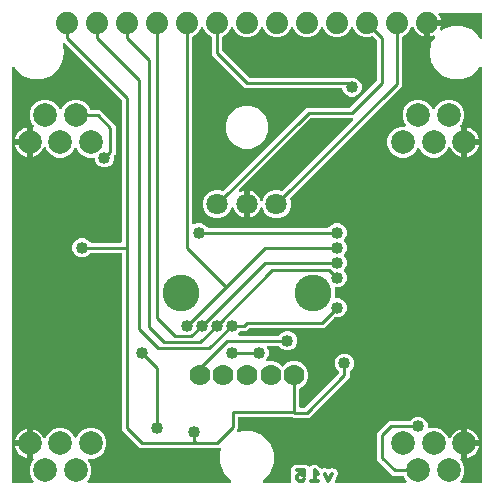
<source format=gbr>
G04 EAGLE Gerber RS-274X export*
G75*
%MOMM*%
%FSLAX34Y34*%
%LPD*%
%INBottom Copper*%
%IPPOS*%
%AMOC8*
5,1,8,0,0,1.08239X$1,22.5*%
G01*
%ADD10C,0.330200*%
%ADD11C,2.000000*%
%ADD12C,1.879600*%
%ADD13C,1.800000*%
%ADD14C,1.778000*%
%ADD15C,3.116000*%
%ADD16C,1.016000*%
%ADD17C,0.254000*%

G36*
X239700Y4080D02*
X239700Y4080D01*
X239818Y4087D01*
X239857Y4100D01*
X239897Y4105D01*
X240008Y4148D01*
X240121Y4185D01*
X240155Y4207D01*
X240193Y4222D01*
X240289Y4291D01*
X240390Y4355D01*
X240417Y4385D01*
X240450Y4408D01*
X240526Y4500D01*
X240607Y4587D01*
X240627Y4622D01*
X240653Y4653D01*
X240703Y4761D01*
X240761Y4865D01*
X240771Y4905D01*
X240788Y4941D01*
X240811Y5058D01*
X240840Y5173D01*
X240844Y5233D01*
X240848Y5253D01*
X240847Y5274D01*
X240851Y5334D01*
X240851Y7003D01*
X240851Y9501D01*
X240851Y16814D01*
X243604Y19567D01*
X253768Y19567D01*
X255203Y18132D01*
X255297Y18059D01*
X255386Y17980D01*
X255422Y17962D01*
X255454Y17937D01*
X255564Y17889D01*
X255669Y17835D01*
X255709Y17826D01*
X255746Y17810D01*
X255864Y17792D01*
X255980Y17766D01*
X256020Y17767D01*
X256060Y17761D01*
X256179Y17772D01*
X256298Y17775D01*
X256336Y17787D01*
X256377Y17790D01*
X256489Y17831D01*
X256603Y17864D01*
X256638Y17884D01*
X256676Y17898D01*
X256775Y17965D01*
X256877Y18025D01*
X256922Y18065D01*
X256939Y18077D01*
X256953Y18092D01*
X256998Y18132D01*
X258433Y19567D01*
X262326Y19567D01*
X265451Y16442D01*
X265604Y16289D01*
X265663Y16244D01*
X265715Y16190D01*
X265788Y16147D01*
X265855Y16094D01*
X265924Y16065D01*
X265987Y16026D01*
X266069Y16002D01*
X266147Y15968D01*
X266221Y15956D01*
X266292Y15935D01*
X266377Y15931D01*
X266461Y15918D01*
X266535Y15925D01*
X266610Y15922D01*
X266693Y15940D01*
X266778Y15948D01*
X266848Y15973D01*
X266921Y15989D01*
X267069Y16051D01*
X268578Y16806D01*
X271672Y15774D01*
X271681Y15773D01*
X271689Y15769D01*
X271836Y15742D01*
X271984Y15712D01*
X271993Y15713D01*
X272002Y15711D01*
X272151Y15722D01*
X272302Y15730D01*
X272310Y15733D01*
X272319Y15733D01*
X272475Y15774D01*
X275570Y16806D01*
X279052Y15065D01*
X280283Y11371D01*
X277548Y5902D01*
X277517Y5812D01*
X277477Y5727D01*
X277465Y5663D01*
X277443Y5602D01*
X277435Y5507D01*
X277417Y5414D01*
X277421Y5350D01*
X277415Y5285D01*
X277431Y5191D01*
X277437Y5097D01*
X277457Y5035D01*
X277467Y4971D01*
X277506Y4884D01*
X277535Y4795D01*
X277570Y4740D01*
X277596Y4680D01*
X277654Y4606D01*
X277705Y4526D01*
X277752Y4481D01*
X277793Y4430D01*
X277868Y4373D01*
X277937Y4308D01*
X277993Y4277D01*
X278045Y4237D01*
X278132Y4200D01*
X278215Y4154D01*
X278278Y4138D01*
X278338Y4113D01*
X278431Y4099D01*
X278523Y4075D01*
X278634Y4068D01*
X278652Y4065D01*
X278662Y4066D01*
X278684Y4065D01*
X337217Y4065D01*
X337355Y4082D01*
X337494Y4095D01*
X337513Y4102D01*
X337533Y4105D01*
X337662Y4156D01*
X337793Y4203D01*
X337810Y4214D01*
X337829Y4222D01*
X337941Y4303D01*
X338056Y4381D01*
X338070Y4397D01*
X338086Y4408D01*
X338175Y4516D01*
X338267Y4620D01*
X338276Y4638D01*
X338289Y4653D01*
X338348Y4779D01*
X338411Y4903D01*
X338416Y4923D01*
X338424Y4941D01*
X338450Y5078D01*
X338481Y5213D01*
X338480Y5234D01*
X338484Y5253D01*
X338475Y5392D01*
X338471Y5531D01*
X338466Y5551D01*
X338464Y5571D01*
X338422Y5703D01*
X338383Y5837D01*
X338372Y5854D01*
X338366Y5873D01*
X338292Y5991D01*
X338221Y6111D01*
X338203Y6132D01*
X338196Y6142D01*
X338181Y6156D01*
X338115Y6231D01*
X337138Y7208D01*
X336190Y9498D01*
X336175Y9523D01*
X336166Y9551D01*
X336096Y9661D01*
X336032Y9774D01*
X336012Y9795D01*
X335996Y9820D01*
X335901Y9909D01*
X335811Y10002D01*
X335786Y10018D01*
X335764Y10038D01*
X335650Y10101D01*
X335540Y10169D01*
X335511Y10177D01*
X335486Y10192D01*
X335360Y10224D01*
X335236Y10262D01*
X335206Y10264D01*
X335178Y10271D01*
X335017Y10281D01*
X326511Y10281D01*
X313181Y23611D01*
X313181Y46239D01*
X323331Y56389D01*
X340277Y56389D01*
X340375Y56401D01*
X340474Y56404D01*
X340533Y56421D01*
X340593Y56429D01*
X340685Y56465D01*
X340780Y56493D01*
X340832Y56523D01*
X340888Y56546D01*
X340968Y56604D01*
X341054Y56654D01*
X341129Y56720D01*
X341146Y56732D01*
X341154Y56742D01*
X341175Y56760D01*
X343375Y58961D01*
X346363Y60199D01*
X349597Y60199D01*
X352585Y58961D01*
X354871Y56675D01*
X356109Y53687D01*
X356109Y51515D01*
X356115Y51465D01*
X356113Y51416D01*
X356135Y51308D01*
X356149Y51199D01*
X356167Y51153D01*
X356177Y51104D01*
X356225Y51005D01*
X356266Y50903D01*
X356295Y50863D01*
X356317Y50818D01*
X356388Y50735D01*
X356452Y50646D01*
X356491Y50614D01*
X356523Y50576D01*
X356613Y50513D01*
X356697Y50443D01*
X356742Y50422D01*
X356783Y50393D01*
X356886Y50354D01*
X356985Y50308D01*
X357034Y50298D01*
X357080Y50281D01*
X357190Y50268D01*
X357297Y50248D01*
X357347Y50251D01*
X357396Y50245D01*
X357505Y50261D01*
X357615Y50268D01*
X357662Y50283D01*
X357711Y50290D01*
X357864Y50342D01*
X358604Y50649D01*
X363796Y50649D01*
X368591Y48662D01*
X372262Y44991D01*
X373284Y42524D01*
X373329Y42446D01*
X373364Y42364D01*
X373407Y42308D01*
X373442Y42248D01*
X373504Y42183D01*
X373559Y42112D01*
X373614Y42069D01*
X373663Y42019D01*
X373740Y41972D01*
X373810Y41917D01*
X373875Y41890D01*
X373934Y41853D01*
X374020Y41827D01*
X374102Y41791D01*
X374171Y41780D01*
X374238Y41759D01*
X374328Y41755D01*
X374416Y41741D01*
X374486Y41747D01*
X374556Y41744D01*
X374644Y41762D01*
X374733Y41771D01*
X374799Y41794D01*
X374867Y41808D01*
X374948Y41848D01*
X375032Y41878D01*
X375090Y41917D01*
X375153Y41948D01*
X375221Y42006D01*
X375295Y42056D01*
X375342Y42109D01*
X375395Y42154D01*
X375447Y42228D01*
X375506Y42295D01*
X375570Y42402D01*
X375578Y42414D01*
X375581Y42421D01*
X375588Y42433D01*
X376474Y44173D01*
X377634Y45770D01*
X379030Y47166D01*
X380627Y48326D01*
X382386Y49222D01*
X384263Y49832D01*
X384661Y49895D01*
X384661Y38870D01*
X384676Y38752D01*
X384683Y38633D01*
X384696Y38595D01*
X384701Y38555D01*
X384744Y38444D01*
X384781Y38331D01*
X384803Y38297D01*
X384818Y38259D01*
X384888Y38163D01*
X384951Y38062D01*
X384981Y38034D01*
X385004Y38002D01*
X385096Y37926D01*
X385183Y37844D01*
X385218Y37825D01*
X385249Y37799D01*
X385357Y37748D01*
X385461Y37691D01*
X385501Y37680D01*
X385537Y37663D01*
X385654Y37641D01*
X385769Y37611D01*
X385830Y37607D01*
X385850Y37603D01*
X385870Y37605D01*
X385930Y37601D01*
X387201Y37601D01*
X387201Y37599D01*
X385930Y37599D01*
X385812Y37584D01*
X385693Y37577D01*
X385655Y37564D01*
X385614Y37559D01*
X385504Y37515D01*
X385391Y37479D01*
X385356Y37457D01*
X385319Y37442D01*
X385223Y37372D01*
X385122Y37309D01*
X385094Y37279D01*
X385061Y37255D01*
X384986Y37164D01*
X384904Y37077D01*
X384884Y37042D01*
X384859Y37010D01*
X384808Y36903D01*
X384750Y36798D01*
X384740Y36759D01*
X384723Y36723D01*
X384701Y36606D01*
X384671Y36491D01*
X384667Y36430D01*
X384663Y36410D01*
X384665Y36390D01*
X384661Y36330D01*
X384661Y25141D01*
X384597Y25109D01*
X384522Y25082D01*
X384456Y25037D01*
X384385Y25001D01*
X384325Y24948D01*
X384259Y24903D01*
X384206Y24843D01*
X384146Y24791D01*
X384101Y24725D01*
X384049Y24665D01*
X384012Y24594D01*
X383967Y24528D01*
X383940Y24453D01*
X383904Y24382D01*
X383886Y24304D01*
X383859Y24229D01*
X383852Y24149D01*
X383834Y24071D01*
X383837Y23992D01*
X383829Y23912D01*
X383842Y23833D01*
X383844Y23754D01*
X383866Y23677D01*
X383879Y23598D01*
X383910Y23525D01*
X383932Y23448D01*
X383973Y23379D01*
X384005Y23306D01*
X384054Y23243D01*
X384094Y23174D01*
X384199Y23055D01*
X384199Y23054D01*
X384200Y23054D01*
X384200Y23053D01*
X385262Y21992D01*
X387249Y17196D01*
X387249Y12004D01*
X385262Y7208D01*
X384285Y6231D01*
X384200Y6122D01*
X384111Y6015D01*
X384103Y5996D01*
X384090Y5980D01*
X384035Y5853D01*
X383976Y5727D01*
X383972Y5707D01*
X383964Y5688D01*
X383942Y5550D01*
X383916Y5414D01*
X383917Y5394D01*
X383914Y5374D01*
X383927Y5235D01*
X383936Y5097D01*
X383942Y5078D01*
X383944Y5058D01*
X383991Y4926D01*
X384034Y4795D01*
X384045Y4777D01*
X384051Y4758D01*
X384130Y4643D01*
X384204Y4526D01*
X384219Y4512D01*
X384230Y4495D01*
X384334Y4403D01*
X384436Y4308D01*
X384453Y4298D01*
X384468Y4285D01*
X384592Y4222D01*
X384714Y4154D01*
X384734Y4149D01*
X384752Y4140D01*
X384888Y4110D01*
X385022Y4075D01*
X385050Y4073D01*
X385062Y4070D01*
X385082Y4071D01*
X385183Y4065D01*
X401066Y4065D01*
X401184Y4080D01*
X401303Y4087D01*
X401341Y4100D01*
X401382Y4105D01*
X401492Y4148D01*
X401605Y4185D01*
X401640Y4207D01*
X401677Y4222D01*
X401773Y4291D01*
X401874Y4355D01*
X401902Y4385D01*
X401935Y4408D01*
X402011Y4500D01*
X402092Y4587D01*
X402112Y4622D01*
X402137Y4653D01*
X402188Y4761D01*
X402246Y4865D01*
X402256Y4905D01*
X402273Y4941D01*
X402295Y5058D01*
X402325Y5173D01*
X402329Y5233D01*
X402333Y5253D01*
X402331Y5274D01*
X402335Y5334D01*
X402335Y355303D01*
X402317Y355448D01*
X402302Y355593D01*
X402297Y355606D01*
X402295Y355619D01*
X402242Y355754D01*
X402191Y355891D01*
X402183Y355902D01*
X402178Y355915D01*
X402093Y356032D01*
X402010Y356152D01*
X401999Y356161D01*
X401992Y356172D01*
X401880Y356265D01*
X401769Y356360D01*
X401757Y356366D01*
X401747Y356375D01*
X401615Y356437D01*
X401484Y356502D01*
X401471Y356505D01*
X401459Y356510D01*
X401317Y356538D01*
X401173Y356568D01*
X401160Y356568D01*
X401147Y356570D01*
X401002Y356561D01*
X400856Y356555D01*
X400842Y356551D01*
X400829Y356550D01*
X400691Y356506D01*
X400551Y356463D01*
X400539Y356456D01*
X400527Y356452D01*
X400404Y356375D01*
X400279Y356299D01*
X400269Y356289D01*
X400258Y356282D01*
X400158Y356176D01*
X400056Y356072D01*
X400046Y356057D01*
X400040Y356051D01*
X400032Y356036D01*
X399967Y355938D01*
X398585Y353545D01*
X392478Y348420D01*
X384986Y345693D01*
X377014Y345693D01*
X369522Y348420D01*
X363415Y353544D01*
X359429Y360449D01*
X358045Y368300D01*
X359429Y376151D01*
X362277Y381084D01*
X362320Y381187D01*
X362371Y381288D01*
X362382Y381334D01*
X362400Y381377D01*
X362416Y381488D01*
X362441Y381598D01*
X362439Y381645D01*
X362446Y381691D01*
X362435Y381804D01*
X362431Y381916D01*
X362418Y381961D01*
X362413Y382008D01*
X362374Y382113D01*
X362343Y382222D01*
X362319Y382262D01*
X362302Y382306D01*
X362238Y382398D01*
X362181Y382495D01*
X362148Y382529D01*
X362121Y382567D01*
X362036Y382641D01*
X361956Y382720D01*
X361916Y382744D01*
X361880Y382775D01*
X361779Y382825D01*
X361683Y382883D01*
X361638Y382896D01*
X361596Y382916D01*
X361485Y382940D01*
X361377Y382972D01*
X361331Y382973D01*
X361285Y382983D01*
X361172Y382978D01*
X361059Y382982D01*
X361014Y382972D01*
X360967Y382970D01*
X360859Y382937D01*
X360749Y382913D01*
X360683Y382884D01*
X360662Y382878D01*
X360647Y382869D01*
X360601Y382849D01*
X360183Y382636D01*
X358396Y382055D01*
X358139Y382015D01*
X358139Y391161D01*
X367285Y391161D01*
X367245Y390904D01*
X366664Y389117D01*
X366528Y388849D01*
X366506Y388789D01*
X366475Y388732D01*
X366452Y388640D01*
X366420Y388550D01*
X366414Y388486D01*
X366398Y388424D01*
X366399Y388328D01*
X366390Y388233D01*
X366400Y388170D01*
X366400Y388106D01*
X366425Y388014D01*
X366440Y387919D01*
X366465Y387860D01*
X366481Y387798D01*
X366528Y387715D01*
X366566Y387627D01*
X366605Y387577D01*
X366636Y387520D01*
X366702Y387451D01*
X366761Y387376D01*
X366811Y387337D01*
X366856Y387290D01*
X366937Y387239D01*
X367012Y387181D01*
X367071Y387155D01*
X367125Y387121D01*
X367216Y387092D01*
X367303Y387054D01*
X367367Y387044D01*
X367428Y387025D01*
X367523Y387019D01*
X367618Y387004D01*
X367682Y387010D01*
X367746Y387007D01*
X367839Y387025D01*
X367934Y387034D01*
X367995Y387056D01*
X368058Y387068D01*
X368144Y387109D01*
X368233Y387141D01*
X368287Y387178D01*
X368345Y387205D01*
X368474Y387301D01*
X369522Y388180D01*
X377014Y390907D01*
X384986Y390907D01*
X392478Y388180D01*
X398585Y383056D01*
X399967Y380662D01*
X400055Y380546D01*
X400140Y380428D01*
X400151Y380419D01*
X400159Y380409D01*
X400273Y380318D01*
X400385Y380225D01*
X400398Y380219D01*
X400408Y380211D01*
X400542Y380151D01*
X400673Y380090D01*
X400686Y380087D01*
X400699Y380082D01*
X400843Y380057D01*
X400986Y380030D01*
X400999Y380031D01*
X401012Y380028D01*
X401158Y380041D01*
X401303Y380050D01*
X401316Y380054D01*
X401329Y380055D01*
X401467Y380103D01*
X401605Y380148D01*
X401617Y380155D01*
X401630Y380159D01*
X401751Y380240D01*
X401874Y380318D01*
X401883Y380328D01*
X401895Y380335D01*
X401992Y380443D01*
X402092Y380549D01*
X402099Y380561D01*
X402108Y380571D01*
X402175Y380701D01*
X402246Y380828D01*
X402249Y380841D01*
X402255Y380853D01*
X402289Y380995D01*
X402325Y381136D01*
X402326Y381154D01*
X402328Y381163D01*
X402328Y381180D01*
X402335Y381297D01*
X402335Y401066D01*
X402320Y401184D01*
X402313Y401303D01*
X402300Y401341D01*
X402295Y401382D01*
X402252Y401492D01*
X402215Y401605D01*
X402193Y401640D01*
X402178Y401677D01*
X402109Y401773D01*
X402045Y401874D01*
X402015Y401902D01*
X401992Y401935D01*
X401900Y402011D01*
X401813Y402092D01*
X401778Y402112D01*
X401747Y402137D01*
X401639Y402188D01*
X401535Y402246D01*
X401495Y402256D01*
X401459Y402273D01*
X401342Y402295D01*
X401227Y402325D01*
X401167Y402329D01*
X401147Y402333D01*
X401126Y402331D01*
X401066Y402335D01*
X366574Y402335D01*
X366535Y402330D01*
X366495Y402333D01*
X366377Y402310D01*
X366259Y402295D01*
X366222Y402281D01*
X366183Y402273D01*
X366074Y402222D01*
X365963Y402178D01*
X365931Y402155D01*
X365895Y402138D01*
X365803Y402062D01*
X365706Y401992D01*
X365680Y401961D01*
X365650Y401936D01*
X365579Y401839D01*
X365503Y401747D01*
X365486Y401711D01*
X365462Y401678D01*
X365418Y401567D01*
X365367Y401459D01*
X365360Y401420D01*
X365345Y401383D01*
X365330Y401264D01*
X365308Y401147D01*
X365310Y401107D01*
X365305Y401067D01*
X365320Y400948D01*
X365327Y400829D01*
X365340Y400791D01*
X365345Y400752D01*
X365388Y400640D01*
X365425Y400527D01*
X365447Y400493D01*
X365461Y400456D01*
X365547Y400320D01*
X365811Y399957D01*
X366664Y398283D01*
X367245Y396496D01*
X367285Y396239D01*
X356870Y396239D01*
X356752Y396224D01*
X356633Y396217D01*
X356595Y396204D01*
X356555Y396199D01*
X356444Y396156D01*
X356331Y396119D01*
X356297Y396097D01*
X356259Y396082D01*
X356163Y396012D01*
X356062Y395949D01*
X356034Y395919D01*
X356002Y395895D01*
X355926Y395804D01*
X355844Y395717D01*
X355825Y395682D01*
X355799Y395651D01*
X355748Y395543D01*
X355691Y395439D01*
X355680Y395399D01*
X355663Y395363D01*
X355641Y395246D01*
X355611Y395131D01*
X355607Y395070D01*
X355603Y395050D01*
X355605Y395030D01*
X355601Y394970D01*
X355601Y393699D01*
X354330Y393699D01*
X354212Y393684D01*
X354093Y393677D01*
X354055Y393664D01*
X354014Y393659D01*
X353904Y393615D01*
X353791Y393579D01*
X353756Y393557D01*
X353719Y393542D01*
X353623Y393472D01*
X353522Y393409D01*
X353494Y393379D01*
X353461Y393355D01*
X353386Y393264D01*
X353304Y393177D01*
X353284Y393142D01*
X353259Y393110D01*
X353208Y393003D01*
X353150Y392898D01*
X353140Y392859D01*
X353123Y392823D01*
X353101Y392706D01*
X353071Y392591D01*
X353067Y392530D01*
X353063Y392510D01*
X353065Y392490D01*
X353061Y392430D01*
X353061Y382015D01*
X352804Y382055D01*
X351017Y382636D01*
X349343Y383489D01*
X347822Y384594D01*
X346494Y385922D01*
X345389Y387443D01*
X344536Y389117D01*
X344385Y389582D01*
X344372Y389609D01*
X344365Y389638D01*
X344305Y389752D01*
X344250Y389870D01*
X344231Y389893D01*
X344217Y389919D01*
X344130Y390015D01*
X344047Y390115D01*
X344023Y390132D01*
X344003Y390154D01*
X343894Y390226D01*
X343790Y390302D01*
X343762Y390313D01*
X343737Y390329D01*
X343614Y390371D01*
X343494Y390419D01*
X343464Y390423D01*
X343436Y390432D01*
X343307Y390443D01*
X343179Y390459D01*
X343149Y390455D01*
X343119Y390458D01*
X342991Y390435D01*
X342863Y390419D01*
X342835Y390408D01*
X342806Y390403D01*
X342688Y390350D01*
X342567Y390302D01*
X342543Y390285D01*
X342516Y390273D01*
X342415Y390192D01*
X342310Y390116D01*
X342291Y390093D01*
X342267Y390074D01*
X342189Y389970D01*
X342107Y389871D01*
X342094Y389844D01*
X342076Y389820D01*
X342005Y389675D01*
X340752Y386650D01*
X337250Y383148D01*
X335302Y382341D01*
X335277Y382327D01*
X335249Y382317D01*
X335139Y382248D01*
X335026Y382184D01*
X335005Y382163D01*
X334980Y382147D01*
X334891Y382053D01*
X334798Y381962D01*
X334782Y381937D01*
X334762Y381916D01*
X334699Y381802D01*
X334631Y381691D01*
X334623Y381663D01*
X334608Y381637D01*
X334576Y381511D01*
X334538Y381387D01*
X334536Y381358D01*
X334529Y381329D01*
X334519Y381169D01*
X334519Y340311D01*
X239810Y245603D01*
X239792Y245579D01*
X239770Y245560D01*
X239695Y245454D01*
X239615Y245351D01*
X239604Y245324D01*
X239587Y245300D01*
X239541Y245179D01*
X239489Y245060D01*
X239484Y245030D01*
X239474Y245003D01*
X239460Y244874D01*
X239439Y244745D01*
X239442Y244716D01*
X239439Y244687D01*
X239457Y244558D01*
X239469Y244429D01*
X239479Y244401D01*
X239483Y244372D01*
X239535Y244219D01*
X240249Y242497D01*
X240249Y237703D01*
X238414Y233275D01*
X235025Y229886D01*
X230597Y228051D01*
X225803Y228051D01*
X221375Y229886D01*
X217986Y233275D01*
X216574Y236683D01*
X216559Y236709D01*
X216550Y236738D01*
X216480Y236847D01*
X216416Y236959D01*
X216396Y236981D01*
X216380Y237006D01*
X216285Y237095D01*
X216195Y237188D01*
X216170Y237203D01*
X216148Y237224D01*
X216034Y237286D01*
X215924Y237354D01*
X215895Y237363D01*
X215869Y237377D01*
X215744Y237410D01*
X215620Y237448D01*
X215590Y237449D01*
X215561Y237457D01*
X215431Y237457D01*
X215302Y237463D01*
X215273Y237457D01*
X215243Y237457D01*
X215118Y237425D01*
X214991Y237399D01*
X214964Y237385D01*
X214935Y237378D01*
X214822Y237316D01*
X214705Y237259D01*
X214682Y237239D01*
X214656Y237225D01*
X214562Y237137D01*
X214463Y237053D01*
X214446Y237028D01*
X214424Y237008D01*
X214355Y236899D01*
X214280Y236792D01*
X214269Y236765D01*
X214253Y236739D01*
X214194Y236590D01*
X213895Y235670D01*
X213071Y234051D01*
X212003Y232582D01*
X210718Y231297D01*
X209249Y230229D01*
X207630Y229405D01*
X205903Y228843D01*
X205739Y228818D01*
X205739Y238830D01*
X205724Y238948D01*
X205717Y239067D01*
X205704Y239105D01*
X205699Y239145D01*
X205656Y239256D01*
X205619Y239369D01*
X205597Y239403D01*
X205582Y239441D01*
X205512Y239537D01*
X205449Y239638D01*
X205419Y239666D01*
X205395Y239698D01*
X205304Y239774D01*
X205217Y239856D01*
X205182Y239875D01*
X205151Y239901D01*
X205043Y239952D01*
X204939Y240009D01*
X204899Y240020D01*
X204863Y240037D01*
X204746Y240059D01*
X204631Y240089D01*
X204570Y240093D01*
X204550Y240097D01*
X204530Y240095D01*
X204470Y240099D01*
X201930Y240099D01*
X201812Y240084D01*
X201693Y240077D01*
X201655Y240064D01*
X201614Y240059D01*
X201504Y240015D01*
X201391Y239979D01*
X201356Y239957D01*
X201319Y239942D01*
X201223Y239872D01*
X201122Y239809D01*
X201094Y239779D01*
X201061Y239755D01*
X200986Y239664D01*
X200904Y239577D01*
X200884Y239542D01*
X200859Y239510D01*
X200808Y239403D01*
X200750Y239298D01*
X200740Y239259D01*
X200723Y239223D01*
X200701Y239106D01*
X200671Y238991D01*
X200667Y238930D01*
X200663Y238910D01*
X200665Y238890D01*
X200661Y238830D01*
X200661Y228818D01*
X200497Y228843D01*
X198770Y229405D01*
X197151Y230229D01*
X195682Y231297D01*
X194397Y232582D01*
X193329Y234051D01*
X192505Y235670D01*
X192206Y236590D01*
X192193Y236617D01*
X192186Y236646D01*
X192126Y236760D01*
X192071Y236877D01*
X192052Y236900D01*
X192038Y236927D01*
X191950Y237023D01*
X191868Y237123D01*
X191844Y237140D01*
X191824Y237162D01*
X191716Y237233D01*
X191611Y237310D01*
X191583Y237321D01*
X191558Y237337D01*
X191436Y237379D01*
X191315Y237427D01*
X191285Y237430D01*
X191257Y237440D01*
X191128Y237450D01*
X190999Y237467D01*
X190970Y237463D01*
X190940Y237465D01*
X190812Y237443D01*
X190684Y237427D01*
X190656Y237416D01*
X190627Y237411D01*
X190509Y237358D01*
X190388Y237310D01*
X190364Y237293D01*
X190337Y237280D01*
X190236Y237200D01*
X190131Y237123D01*
X190112Y237100D01*
X190088Y237082D01*
X190010Y236978D01*
X189928Y236879D01*
X189915Y236852D01*
X189897Y236828D01*
X189826Y236683D01*
X188414Y233275D01*
X185025Y229886D01*
X180597Y228051D01*
X175803Y228051D01*
X171375Y229886D01*
X167986Y233275D01*
X166151Y237703D01*
X166151Y242497D01*
X167986Y246925D01*
X171375Y250314D01*
X175803Y252149D01*
X180597Y252149D01*
X182319Y251435D01*
X182348Y251427D01*
X182374Y251414D01*
X182501Y251385D01*
X182626Y251351D01*
X182656Y251351D01*
X182685Y251344D01*
X182814Y251348D01*
X182944Y251346D01*
X182973Y251353D01*
X183002Y251354D01*
X183127Y251390D01*
X183253Y251420D01*
X183280Y251434D01*
X183308Y251442D01*
X183420Y251508D01*
X183535Y251569D01*
X183556Y251589D01*
X183582Y251604D01*
X183703Y251710D01*
X253811Y321819D01*
X289785Y321819D01*
X289884Y321831D01*
X289983Y321834D01*
X290041Y321851D01*
X290101Y321859D01*
X290193Y321895D01*
X290288Y321923D01*
X290340Y321953D01*
X290397Y321976D01*
X290477Y322034D01*
X290562Y322084D01*
X290637Y322150D01*
X290654Y322162D01*
X290662Y322172D01*
X290683Y322190D01*
X312810Y344317D01*
X312870Y344395D01*
X312938Y344468D01*
X312967Y344521D01*
X313004Y344568D01*
X313044Y344659D01*
X313092Y344746D01*
X313107Y344805D01*
X313131Y344860D01*
X313146Y344958D01*
X313171Y345054D01*
X313177Y345154D01*
X313181Y345174D01*
X313179Y345187D01*
X313181Y345215D01*
X313181Y378685D01*
X313169Y378784D01*
X313166Y378883D01*
X313149Y378941D01*
X313141Y379001D01*
X313105Y379093D01*
X313077Y379188D01*
X313047Y379240D01*
X313024Y379297D01*
X312966Y379377D01*
X312916Y379462D01*
X312850Y379537D01*
X312838Y379554D01*
X312828Y379562D01*
X312810Y379583D01*
X310607Y381785D01*
X310584Y381803D01*
X310565Y381826D01*
X310459Y381900D01*
X310356Y381980D01*
X310329Y381992D01*
X310305Y382009D01*
X310183Y382055D01*
X310064Y382106D01*
X310035Y382111D01*
X310007Y382122D01*
X309878Y382136D01*
X309750Y382156D01*
X309721Y382153D01*
X309691Y382157D01*
X309563Y382139D01*
X309433Y382126D01*
X309406Y382116D01*
X309376Y382112D01*
X309224Y382060D01*
X307276Y381253D01*
X302324Y381253D01*
X297750Y383148D01*
X294248Y386650D01*
X293273Y389005D01*
X293204Y389125D01*
X293139Y389248D01*
X293125Y389263D01*
X293115Y389281D01*
X293018Y389381D01*
X292925Y389484D01*
X292908Y389495D01*
X292894Y389509D01*
X292775Y389582D01*
X292659Y389658D01*
X292640Y389665D01*
X292623Y389676D01*
X292490Y389717D01*
X292358Y389762D01*
X292338Y389763D01*
X292319Y389769D01*
X292180Y389776D01*
X292041Y389787D01*
X292021Y389783D01*
X292001Y389784D01*
X291865Y389756D01*
X291728Y389732D01*
X291709Y389724D01*
X291690Y389720D01*
X291564Y389659D01*
X291438Y389602D01*
X291422Y389589D01*
X291404Y389580D01*
X291298Y389490D01*
X291190Y389403D01*
X291177Y389387D01*
X291162Y389374D01*
X291082Y389260D01*
X290998Y389149D01*
X290986Y389124D01*
X290979Y389114D01*
X290972Y389095D01*
X290927Y389005D01*
X289952Y386649D01*
X286450Y383148D01*
X281876Y381253D01*
X276924Y381253D01*
X272350Y383148D01*
X268848Y386650D01*
X267873Y389005D01*
X267804Y389125D01*
X267739Y389248D01*
X267725Y389263D01*
X267715Y389281D01*
X267618Y389381D01*
X267525Y389484D01*
X267508Y389495D01*
X267494Y389509D01*
X267375Y389582D01*
X267259Y389658D01*
X267240Y389665D01*
X267223Y389676D01*
X267090Y389717D01*
X266958Y389762D01*
X266938Y389763D01*
X266919Y389769D01*
X266780Y389776D01*
X266641Y389787D01*
X266621Y389783D01*
X266601Y389784D01*
X266465Y389756D01*
X266328Y389732D01*
X266309Y389724D01*
X266290Y389720D01*
X266164Y389659D01*
X266038Y389602D01*
X266022Y389589D01*
X266004Y389580D01*
X265898Y389490D01*
X265790Y389403D01*
X265777Y389387D01*
X265762Y389374D01*
X265682Y389260D01*
X265598Y389149D01*
X265586Y389124D01*
X265579Y389114D01*
X265572Y389095D01*
X265527Y389005D01*
X264552Y386649D01*
X261050Y383148D01*
X256476Y381253D01*
X251524Y381253D01*
X246950Y383148D01*
X243448Y386650D01*
X242473Y389005D01*
X242404Y389125D01*
X242339Y389248D01*
X242325Y389263D01*
X242315Y389281D01*
X242218Y389381D01*
X242125Y389484D01*
X242108Y389495D01*
X242094Y389509D01*
X241975Y389582D01*
X241859Y389658D01*
X241840Y389665D01*
X241823Y389676D01*
X241690Y389717D01*
X241558Y389762D01*
X241538Y389763D01*
X241519Y389769D01*
X241380Y389776D01*
X241241Y389787D01*
X241221Y389783D01*
X241201Y389784D01*
X241065Y389756D01*
X240928Y389732D01*
X240909Y389724D01*
X240890Y389720D01*
X240764Y389659D01*
X240638Y389602D01*
X240622Y389589D01*
X240604Y389580D01*
X240498Y389490D01*
X240390Y389403D01*
X240377Y389387D01*
X240362Y389374D01*
X240282Y389260D01*
X240198Y389149D01*
X240186Y389124D01*
X240179Y389114D01*
X240172Y389095D01*
X240127Y389005D01*
X239152Y386649D01*
X235650Y383148D01*
X231076Y381253D01*
X226124Y381253D01*
X221550Y383148D01*
X218048Y386650D01*
X217073Y389005D01*
X217004Y389125D01*
X216939Y389248D01*
X216925Y389263D01*
X216915Y389281D01*
X216818Y389381D01*
X216725Y389484D01*
X216708Y389495D01*
X216694Y389509D01*
X216575Y389582D01*
X216459Y389658D01*
X216440Y389665D01*
X216423Y389676D01*
X216290Y389717D01*
X216158Y389762D01*
X216138Y389763D01*
X216119Y389769D01*
X215980Y389776D01*
X215841Y389787D01*
X215821Y389783D01*
X215801Y389784D01*
X215665Y389756D01*
X215528Y389732D01*
X215509Y389724D01*
X215490Y389720D01*
X215364Y389659D01*
X215238Y389602D01*
X215222Y389589D01*
X215204Y389580D01*
X215098Y389490D01*
X214990Y389403D01*
X214977Y389387D01*
X214962Y389374D01*
X214882Y389260D01*
X214798Y389149D01*
X214786Y389124D01*
X214779Y389114D01*
X214772Y389095D01*
X214727Y389005D01*
X213752Y386649D01*
X210250Y383148D01*
X205676Y381253D01*
X200724Y381253D01*
X196150Y383148D01*
X192648Y386650D01*
X191673Y389005D01*
X191604Y389125D01*
X191539Y389248D01*
X191525Y389263D01*
X191515Y389281D01*
X191418Y389381D01*
X191325Y389484D01*
X191308Y389495D01*
X191294Y389509D01*
X191176Y389582D01*
X191059Y389658D01*
X191040Y389665D01*
X191023Y389676D01*
X190890Y389716D01*
X190758Y389762D01*
X190738Y389763D01*
X190719Y389769D01*
X190580Y389776D01*
X190441Y389787D01*
X190421Y389783D01*
X190401Y389784D01*
X190265Y389756D01*
X190128Y389732D01*
X190109Y389724D01*
X190090Y389720D01*
X189965Y389659D01*
X189838Y389602D01*
X189822Y389589D01*
X189804Y389580D01*
X189698Y389490D01*
X189590Y389403D01*
X189577Y389387D01*
X189562Y389374D01*
X189482Y389260D01*
X189398Y389149D01*
X189386Y389124D01*
X189379Y389114D01*
X189372Y389095D01*
X189327Y389005D01*
X188352Y386650D01*
X184850Y383148D01*
X182902Y382341D01*
X182877Y382327D01*
X182849Y382317D01*
X182739Y382248D01*
X182626Y382184D01*
X182605Y382163D01*
X182580Y382147D01*
X182491Y382053D01*
X182398Y381962D01*
X182382Y381937D01*
X182362Y381916D01*
X182299Y381802D01*
X182231Y381691D01*
X182223Y381663D01*
X182208Y381637D01*
X182176Y381511D01*
X182138Y381387D01*
X182136Y381358D01*
X182129Y381329D01*
X182119Y381169D01*
X182119Y370615D01*
X182131Y370516D01*
X182134Y370417D01*
X182151Y370359D01*
X182159Y370299D01*
X182195Y370207D01*
X182223Y370112D01*
X182253Y370060D01*
X182276Y370003D01*
X182334Y369923D01*
X182384Y369838D01*
X182450Y369763D01*
X182462Y369746D01*
X182472Y369738D01*
X182490Y369717D01*
X204617Y347590D01*
X204695Y347530D01*
X204768Y347462D01*
X204821Y347433D01*
X204868Y347396D01*
X204959Y347356D01*
X205046Y347308D01*
X205105Y347293D01*
X205160Y347269D01*
X205258Y347254D01*
X205354Y347229D01*
X205454Y347223D01*
X205474Y347219D01*
X205487Y347221D01*
X205515Y347219D01*
X293717Y347219D01*
X296705Y345981D01*
X298991Y343695D01*
X300229Y340707D01*
X300229Y337473D01*
X298991Y334485D01*
X296705Y332199D01*
X293717Y330961D01*
X290483Y330961D01*
X287495Y332199D01*
X285209Y334485D01*
X283951Y337523D01*
X283949Y337549D01*
X283936Y337587D01*
X283931Y337628D01*
X283888Y337738D01*
X283851Y337851D01*
X283829Y337886D01*
X283814Y337923D01*
X283745Y338019D01*
X283681Y338120D01*
X283651Y338148D01*
X283628Y338181D01*
X283536Y338257D01*
X283449Y338338D01*
X283414Y338358D01*
X283383Y338383D01*
X283275Y338434D01*
X283171Y338492D01*
X283131Y338502D01*
X283095Y338519D01*
X282978Y338541D01*
X282863Y338571D01*
X282803Y338575D01*
X282783Y338579D01*
X282762Y338577D01*
X282702Y338581D01*
X201411Y338581D01*
X173481Y366511D01*
X173481Y381169D01*
X173478Y381198D01*
X173480Y381227D01*
X173458Y381355D01*
X173441Y381484D01*
X173431Y381511D01*
X173426Y381541D01*
X173372Y381659D01*
X173324Y381780D01*
X173307Y381804D01*
X173295Y381831D01*
X173214Y381932D01*
X173138Y382037D01*
X173115Y382056D01*
X173096Y382079D01*
X172993Y382157D01*
X172893Y382240D01*
X172866Y382253D01*
X172842Y382270D01*
X172698Y382341D01*
X170750Y383148D01*
X167248Y386650D01*
X166273Y389005D01*
X166204Y389125D01*
X166139Y389248D01*
X166125Y389263D01*
X166115Y389281D01*
X166018Y389381D01*
X165925Y389484D01*
X165908Y389495D01*
X165894Y389509D01*
X165776Y389582D01*
X165659Y389658D01*
X165640Y389665D01*
X165623Y389676D01*
X165490Y389716D01*
X165358Y389762D01*
X165338Y389763D01*
X165319Y389769D01*
X165180Y389776D01*
X165041Y389787D01*
X165021Y389783D01*
X165001Y389784D01*
X164865Y389756D01*
X164728Y389732D01*
X164709Y389724D01*
X164690Y389720D01*
X164565Y389659D01*
X164438Y389602D01*
X164422Y389589D01*
X164404Y389580D01*
X164298Y389490D01*
X164190Y389403D01*
X164177Y389387D01*
X164162Y389374D01*
X164082Y389260D01*
X163998Y389149D01*
X163986Y389124D01*
X163979Y389114D01*
X163972Y389095D01*
X163927Y389005D01*
X162952Y386650D01*
X159450Y383148D01*
X157502Y382341D01*
X157477Y382327D01*
X157449Y382317D01*
X157339Y382248D01*
X157226Y382184D01*
X157205Y382163D01*
X157180Y382147D01*
X157091Y382053D01*
X156998Y381962D01*
X156982Y381937D01*
X156962Y381916D01*
X156899Y381802D01*
X156831Y381691D01*
X156823Y381663D01*
X156808Y381637D01*
X156776Y381511D01*
X156738Y381387D01*
X156736Y381358D01*
X156729Y381329D01*
X156719Y381169D01*
X156719Y224179D01*
X156725Y224129D01*
X156723Y224080D01*
X156745Y223972D01*
X156759Y223863D01*
X156777Y223817D01*
X156787Y223768D01*
X156835Y223669D01*
X156876Y223567D01*
X156905Y223527D01*
X156927Y223482D01*
X156998Y223399D01*
X157062Y223310D01*
X157101Y223278D01*
X157133Y223240D01*
X157223Y223177D01*
X157307Y223107D01*
X157352Y223086D01*
X157393Y223057D01*
X157496Y223018D01*
X157595Y222972D01*
X157644Y222962D01*
X157690Y222945D01*
X157800Y222932D01*
X157907Y222912D01*
X157957Y222915D01*
X158006Y222909D01*
X158115Y222925D01*
X158225Y222932D01*
X158272Y222947D01*
X158321Y222954D01*
X158474Y223006D01*
X160943Y224029D01*
X164177Y224029D01*
X167165Y222791D01*
X169365Y220590D01*
X169444Y220530D01*
X169516Y220462D01*
X169569Y220433D01*
X169617Y220396D01*
X169708Y220356D01*
X169794Y220308D01*
X169853Y220293D01*
X169908Y220269D01*
X170006Y220254D01*
X170102Y220229D01*
X170202Y220223D01*
X170223Y220219D01*
X170235Y220221D01*
X170263Y220219D01*
X271697Y220219D01*
X271795Y220231D01*
X271894Y220234D01*
X271953Y220251D01*
X272013Y220259D01*
X272105Y220295D01*
X272200Y220323D01*
X272252Y220353D01*
X272308Y220376D01*
X272388Y220434D01*
X272474Y220484D01*
X272549Y220550D01*
X272566Y220562D01*
X272574Y220572D01*
X272595Y220590D01*
X274795Y222791D01*
X277783Y224029D01*
X281017Y224029D01*
X284005Y222791D01*
X286291Y220505D01*
X287529Y217517D01*
X287529Y214283D01*
X286291Y211295D01*
X285443Y210447D01*
X285370Y210353D01*
X285292Y210264D01*
X285273Y210228D01*
X285248Y210196D01*
X285201Y210087D01*
X285147Y209981D01*
X285138Y209942D01*
X285122Y209904D01*
X285103Y209787D01*
X285077Y209671D01*
X285078Y209630D01*
X285072Y209590D01*
X285083Y209472D01*
X285087Y209353D01*
X285098Y209314D01*
X285102Y209274D01*
X285142Y209162D01*
X285175Y209047D01*
X285196Y209012D01*
X285210Y208974D01*
X285276Y208876D01*
X285337Y208773D01*
X285377Y208728D01*
X285388Y208711D01*
X285403Y208698D01*
X285443Y208652D01*
X286291Y207805D01*
X287529Y204817D01*
X287529Y201583D01*
X286291Y198595D01*
X285443Y197747D01*
X285370Y197653D01*
X285292Y197564D01*
X285273Y197528D01*
X285248Y197496D01*
X285201Y197387D01*
X285147Y197281D01*
X285138Y197242D01*
X285122Y197204D01*
X285103Y197087D01*
X285077Y196971D01*
X285078Y196930D01*
X285072Y196890D01*
X285083Y196772D01*
X285087Y196653D01*
X285098Y196614D01*
X285102Y196574D01*
X285142Y196462D01*
X285175Y196347D01*
X285196Y196312D01*
X285210Y196274D01*
X285276Y196176D01*
X285337Y196073D01*
X285377Y196028D01*
X285388Y196011D01*
X285403Y195998D01*
X285443Y195952D01*
X286291Y195105D01*
X287529Y192117D01*
X287529Y188883D01*
X286291Y185895D01*
X285443Y185048D01*
X285370Y184954D01*
X285292Y184864D01*
X285273Y184828D01*
X285248Y184796D01*
X285201Y184687D01*
X285147Y184581D01*
X285138Y184542D01*
X285122Y184504D01*
X285103Y184387D01*
X285077Y184271D01*
X285078Y184230D01*
X285072Y184190D01*
X285083Y184072D01*
X285087Y183953D01*
X285098Y183914D01*
X285102Y183874D01*
X285142Y183761D01*
X285175Y183647D01*
X285196Y183613D01*
X285210Y183574D01*
X285276Y183476D01*
X285337Y183373D01*
X285377Y183328D01*
X285388Y183311D01*
X285403Y183298D01*
X285443Y183253D01*
X286291Y182405D01*
X287529Y179417D01*
X287529Y176183D01*
X286291Y173195D01*
X284005Y170909D01*
X281017Y169671D01*
X278598Y169671D01*
X278480Y169656D01*
X278361Y169649D01*
X278323Y169636D01*
X278282Y169631D01*
X278172Y169588D01*
X278059Y169551D01*
X278024Y169529D01*
X277987Y169514D01*
X277891Y169445D01*
X277790Y169381D01*
X277762Y169351D01*
X277729Y169328D01*
X277653Y169236D01*
X277572Y169149D01*
X277552Y169114D01*
X277527Y169083D01*
X277476Y168975D01*
X277418Y168871D01*
X277408Y168831D01*
X277391Y168795D01*
X277369Y168678D01*
X277339Y168563D01*
X277335Y168503D01*
X277331Y168483D01*
X277333Y168462D01*
X277329Y168402D01*
X277329Y161798D01*
X277344Y161680D01*
X277351Y161561D01*
X277364Y161523D01*
X277369Y161482D01*
X277412Y161372D01*
X277449Y161259D01*
X277471Y161224D01*
X277486Y161187D01*
X277555Y161091D01*
X277619Y160990D01*
X277649Y160962D01*
X277672Y160929D01*
X277764Y160853D01*
X277851Y160772D01*
X277886Y160752D01*
X277917Y160727D01*
X278025Y160676D01*
X278129Y160618D01*
X278169Y160608D01*
X278205Y160591D01*
X278322Y160569D01*
X278437Y160539D01*
X278497Y160535D01*
X278517Y160531D01*
X278538Y160533D01*
X278598Y160529D01*
X281017Y160529D01*
X284005Y159291D01*
X286291Y157005D01*
X287529Y154017D01*
X287529Y150783D01*
X286291Y147795D01*
X284005Y145509D01*
X281017Y144271D01*
X277905Y144271D01*
X277806Y144259D01*
X277707Y144256D01*
X277649Y144239D01*
X277589Y144231D01*
X277497Y144195D01*
X277402Y144167D01*
X277350Y144137D01*
X277293Y144114D01*
X277213Y144056D01*
X277128Y144006D01*
X277053Y143940D01*
X277036Y143928D01*
X277028Y143918D01*
X277007Y143900D01*
X268489Y135381D01*
X205515Y135381D01*
X205416Y135369D01*
X205317Y135366D01*
X205259Y135349D01*
X205199Y135341D01*
X205107Y135305D01*
X205012Y135277D01*
X204960Y135247D01*
X204903Y135224D01*
X204823Y135166D01*
X204738Y135116D01*
X204663Y135050D01*
X204646Y135038D01*
X204638Y135028D01*
X204617Y135010D01*
X202449Y132841D01*
X198203Y132841D01*
X198105Y132829D01*
X198006Y132826D01*
X197947Y132809D01*
X197887Y132801D01*
X197795Y132765D01*
X197700Y132737D01*
X197648Y132707D01*
X197592Y132684D01*
X197512Y132626D01*
X197426Y132576D01*
X197351Y132510D01*
X197334Y132498D01*
X197326Y132488D01*
X197305Y132470D01*
X195781Y130945D01*
X195696Y130836D01*
X195607Y130729D01*
X195599Y130710D01*
X195586Y130694D01*
X195531Y130567D01*
X195472Y130441D01*
X195468Y130421D01*
X195460Y130402D01*
X195438Y130264D01*
X195412Y130128D01*
X195413Y130108D01*
X195410Y130088D01*
X195423Y129949D01*
X195432Y129811D01*
X195438Y129792D01*
X195440Y129772D01*
X195487Y129640D01*
X195530Y129509D01*
X195541Y129491D01*
X195548Y129472D01*
X195626Y129357D01*
X195700Y129240D01*
X195715Y129226D01*
X195726Y129209D01*
X195830Y129117D01*
X195932Y129022D01*
X195949Y129012D01*
X195965Y128999D01*
X196089Y128935D01*
X196210Y128868D01*
X196230Y128863D01*
X196248Y128854D01*
X196384Y128824D01*
X196518Y128789D01*
X196546Y128787D01*
X196558Y128784D01*
X196579Y128785D01*
X196679Y128779D01*
X229787Y128779D01*
X229885Y128791D01*
X229984Y128794D01*
X230043Y128811D01*
X230103Y128819D01*
X230195Y128855D01*
X230290Y128883D01*
X230342Y128913D01*
X230398Y128936D01*
X230478Y128994D01*
X230564Y129044D01*
X230639Y129110D01*
X230656Y129122D01*
X230664Y129132D01*
X230685Y129150D01*
X232885Y131351D01*
X235873Y132589D01*
X239107Y132589D01*
X242095Y131351D01*
X244381Y129065D01*
X245619Y126077D01*
X245619Y122843D01*
X244381Y119855D01*
X242095Y117569D01*
X239107Y116331D01*
X235873Y116331D01*
X232885Y117569D01*
X230685Y119770D01*
X230606Y119830D01*
X230534Y119898D01*
X230481Y119927D01*
X230433Y119964D01*
X230342Y120004D01*
X230256Y120052D01*
X230197Y120067D01*
X230142Y120091D01*
X230044Y120106D01*
X229948Y120131D01*
X229848Y120137D01*
X229827Y120141D01*
X229815Y120139D01*
X229787Y120141D01*
X221639Y120141D01*
X221589Y120135D01*
X221540Y120137D01*
X221432Y120115D01*
X221323Y120101D01*
X221277Y120083D01*
X221228Y120073D01*
X221129Y120025D01*
X221027Y119984D01*
X220987Y119955D01*
X220942Y119933D01*
X220859Y119862D01*
X220770Y119798D01*
X220738Y119759D01*
X220700Y119727D01*
X220637Y119637D01*
X220567Y119553D01*
X220546Y119508D01*
X220517Y119467D01*
X220478Y119364D01*
X220432Y119265D01*
X220422Y119216D01*
X220405Y119170D01*
X220392Y119060D01*
X220372Y118953D01*
X220375Y118903D01*
X220369Y118854D01*
X220385Y118745D01*
X220392Y118635D01*
X220407Y118588D01*
X220414Y118539D01*
X220466Y118386D01*
X221489Y115917D01*
X221489Y112683D01*
X220251Y109695D01*
X219761Y109206D01*
X219676Y109096D01*
X219587Y108989D01*
X219579Y108970D01*
X219566Y108954D01*
X219511Y108826D01*
X219452Y108701D01*
X219448Y108681D01*
X219440Y108662D01*
X219418Y108524D01*
X219392Y108388D01*
X219393Y108368D01*
X219390Y108348D01*
X219403Y108209D01*
X219412Y108071D01*
X219418Y108052D01*
X219420Y108032D01*
X219467Y107901D01*
X219510Y107769D01*
X219521Y107751D01*
X219528Y107732D01*
X219605Y107618D01*
X219680Y107500D01*
X219695Y107486D01*
X219706Y107469D01*
X219810Y107377D01*
X219912Y107282D01*
X219929Y107272D01*
X219945Y107259D01*
X220068Y107196D01*
X220190Y107128D01*
X220210Y107123D01*
X220228Y107114D01*
X220364Y107084D01*
X220498Y107049D01*
X220526Y107047D01*
X220538Y107044D01*
X220559Y107045D01*
X220659Y107039D01*
X225575Y107039D01*
X229963Y105221D01*
X232302Y102881D01*
X232397Y102808D01*
X232486Y102730D01*
X232522Y102711D01*
X232554Y102686D01*
X232663Y102639D01*
X232769Y102585D01*
X232808Y102576D01*
X232846Y102560D01*
X232963Y102541D01*
X233079Y102515D01*
X233120Y102517D01*
X233160Y102510D01*
X233278Y102521D01*
X233397Y102525D01*
X233436Y102536D01*
X233476Y102540D01*
X233589Y102580D01*
X233703Y102613D01*
X233737Y102634D01*
X233776Y102648D01*
X233874Y102715D01*
X233977Y102775D01*
X234022Y102815D01*
X234039Y102826D01*
X234052Y102842D01*
X234097Y102881D01*
X236437Y105221D01*
X240825Y107039D01*
X245575Y107039D01*
X249963Y105221D01*
X253321Y101863D01*
X255139Y97475D01*
X255139Y92725D01*
X253321Y88337D01*
X249963Y84979D01*
X248302Y84291D01*
X248277Y84276D01*
X248249Y84267D01*
X248139Y84198D01*
X248026Y84133D01*
X248005Y84113D01*
X247980Y84097D01*
X247891Y84002D01*
X247798Y83912D01*
X247782Y83887D01*
X247762Y83866D01*
X247699Y83752D01*
X247631Y83641D01*
X247623Y83613D01*
X247608Y83587D01*
X247576Y83461D01*
X247538Y83337D01*
X247536Y83308D01*
X247529Y83279D01*
X247519Y83118D01*
X247519Y69088D01*
X247534Y68970D01*
X247541Y68851D01*
X247554Y68813D01*
X247559Y68772D01*
X247602Y68662D01*
X247639Y68549D01*
X247661Y68514D01*
X247676Y68477D01*
X247745Y68381D01*
X247809Y68280D01*
X247839Y68252D01*
X247862Y68219D01*
X247954Y68143D01*
X248041Y68062D01*
X248076Y68042D01*
X248107Y68017D01*
X248215Y67966D01*
X248319Y67908D01*
X248359Y67898D01*
X248395Y67881D01*
X248512Y67859D01*
X248627Y67829D01*
X248687Y67825D01*
X248707Y67821D01*
X248728Y67823D01*
X248788Y67819D01*
X251685Y67819D01*
X251784Y67831D01*
X251883Y67834D01*
X251941Y67851D01*
X252001Y67859D01*
X252093Y67895D01*
X252188Y67923D01*
X252240Y67953D01*
X252297Y67976D01*
X252377Y68034D01*
X252462Y68084D01*
X252537Y68150D01*
X252554Y68162D01*
X252562Y68172D01*
X252583Y68190D01*
X281060Y96667D01*
X281120Y96745D01*
X281188Y96818D01*
X281217Y96871D01*
X281254Y96918D01*
X281294Y97009D01*
X281342Y97096D01*
X281357Y97155D01*
X281381Y97210D01*
X281396Y97308D01*
X281421Y97404D01*
X281427Y97504D01*
X281431Y97524D01*
X281429Y97537D01*
X281431Y97565D01*
X281431Y97707D01*
X281419Y97805D01*
X281416Y97904D01*
X281399Y97963D01*
X281391Y98023D01*
X281355Y98115D01*
X281327Y98210D01*
X281297Y98262D01*
X281274Y98318D01*
X281216Y98398D01*
X281166Y98484D01*
X281100Y98559D01*
X281088Y98576D01*
X281078Y98584D01*
X281060Y98605D01*
X278859Y100805D01*
X277621Y103793D01*
X277621Y107027D01*
X278859Y110015D01*
X281145Y112301D01*
X284133Y113539D01*
X287367Y113539D01*
X290355Y112301D01*
X292641Y110015D01*
X293879Y107027D01*
X293879Y103793D01*
X292641Y100805D01*
X290440Y98605D01*
X290380Y98526D01*
X290312Y98454D01*
X290283Y98401D01*
X290246Y98353D01*
X290206Y98262D01*
X290158Y98176D01*
X290143Y98117D01*
X290119Y98062D01*
X290104Y97964D01*
X290079Y97868D01*
X290073Y97768D01*
X290069Y97747D01*
X290071Y97735D01*
X290069Y97707D01*
X290069Y93461D01*
X255789Y59181D01*
X242051Y59181D01*
X241783Y59449D01*
X241705Y59510D01*
X241633Y59578D01*
X241579Y59607D01*
X241532Y59644D01*
X241441Y59684D01*
X241354Y59732D01*
X241295Y59747D01*
X241240Y59771D01*
X241142Y59786D01*
X241046Y59811D01*
X240946Y59817D01*
X240926Y59821D01*
X240913Y59819D01*
X240885Y59821D01*
X196728Y59821D01*
X196610Y59806D01*
X196491Y59799D01*
X196453Y59786D01*
X196412Y59781D01*
X196302Y59738D01*
X196189Y59701D01*
X196154Y59679D01*
X196117Y59664D01*
X196021Y59595D01*
X195920Y59531D01*
X195892Y59501D01*
X195859Y59478D01*
X195783Y59386D01*
X195702Y59299D01*
X195682Y59264D01*
X195657Y59233D01*
X195606Y59125D01*
X195548Y59021D01*
X195538Y58981D01*
X195521Y58945D01*
X195499Y58828D01*
X195469Y58713D01*
X195465Y58653D01*
X195461Y58633D01*
X195463Y58612D01*
X195459Y58552D01*
X195459Y49651D01*
X195174Y49366D01*
X195131Y49311D01*
X195081Y49263D01*
X195035Y49187D01*
X195020Y49169D01*
X195018Y49165D01*
X194979Y49115D01*
X194951Y49051D01*
X194915Y48992D01*
X194888Y48906D01*
X194853Y48823D01*
X194842Y48754D01*
X194821Y48688D01*
X194817Y48598D01*
X194803Y48509D01*
X194809Y48439D01*
X194806Y48370D01*
X194824Y48282D01*
X194833Y48193D01*
X194856Y48127D01*
X194870Y48058D01*
X194910Y47978D01*
X194940Y47893D01*
X194979Y47836D01*
X195010Y47773D01*
X195068Y47704D01*
X195119Y47630D01*
X195171Y47584D01*
X195216Y47531D01*
X195290Y47479D01*
X195357Y47420D01*
X195419Y47388D01*
X195476Y47348D01*
X195561Y47316D01*
X195640Y47275D01*
X195709Y47260D01*
X195774Y47235D01*
X195863Y47225D01*
X195951Y47205D01*
X196020Y47207D01*
X196090Y47200D01*
X196179Y47212D01*
X196269Y47215D01*
X196336Y47234D01*
X196405Y47244D01*
X196557Y47296D01*
X198615Y48149D01*
X207785Y48149D01*
X216256Y44640D01*
X222740Y38156D01*
X226249Y29685D01*
X226249Y20515D01*
X222740Y12044D01*
X216927Y6231D01*
X216842Y6122D01*
X216753Y6015D01*
X216745Y5996D01*
X216732Y5980D01*
X216677Y5852D01*
X216618Y5727D01*
X216614Y5707D01*
X216606Y5688D01*
X216584Y5550D01*
X216558Y5414D01*
X216559Y5394D01*
X216556Y5374D01*
X216569Y5235D01*
X216578Y5097D01*
X216584Y5078D01*
X216586Y5058D01*
X216633Y4926D01*
X216676Y4795D01*
X216687Y4777D01*
X216694Y4758D01*
X216772Y4643D01*
X216846Y4526D01*
X216861Y4512D01*
X216872Y4495D01*
X216976Y4403D01*
X217078Y4308D01*
X217095Y4298D01*
X217111Y4285D01*
X217235Y4221D01*
X217356Y4154D01*
X217376Y4149D01*
X217394Y4140D01*
X217530Y4110D01*
X217664Y4075D01*
X217692Y4073D01*
X217704Y4070D01*
X217725Y4071D01*
X217825Y4065D01*
X239581Y4065D01*
X239700Y4080D01*
G37*
G36*
X21355Y4082D02*
X21355Y4082D01*
X21494Y4095D01*
X21513Y4102D01*
X21533Y4105D01*
X21662Y4156D01*
X21793Y4203D01*
X21810Y4214D01*
X21829Y4222D01*
X21941Y4303D01*
X22056Y4381D01*
X22070Y4397D01*
X22086Y4408D01*
X22175Y4516D01*
X22267Y4620D01*
X22276Y4638D01*
X22289Y4653D01*
X22348Y4779D01*
X22411Y4903D01*
X22416Y4923D01*
X22424Y4941D01*
X22450Y5078D01*
X22481Y5213D01*
X22480Y5234D01*
X22484Y5253D01*
X22475Y5392D01*
X22471Y5531D01*
X22466Y5551D01*
X22464Y5571D01*
X22422Y5703D01*
X22383Y5837D01*
X22372Y5854D01*
X22366Y5873D01*
X22292Y5991D01*
X22221Y6111D01*
X22203Y6132D01*
X22196Y6142D01*
X22181Y6156D01*
X22115Y6231D01*
X21138Y7208D01*
X19151Y12004D01*
X19151Y17196D01*
X21138Y21992D01*
X22200Y23053D01*
X22248Y23116D01*
X22305Y23173D01*
X22346Y23242D01*
X22395Y23305D01*
X22426Y23378D01*
X22467Y23446D01*
X22489Y23523D01*
X22521Y23596D01*
X22533Y23675D01*
X22556Y23752D01*
X22558Y23832D01*
X22571Y23911D01*
X22563Y23990D01*
X22566Y24069D01*
X22548Y24147D01*
X22541Y24227D01*
X22514Y24302D01*
X22497Y24380D01*
X22460Y24451D01*
X22433Y24526D01*
X22389Y24592D01*
X22353Y24663D01*
X22300Y24723D01*
X22255Y24790D01*
X22195Y24842D01*
X22142Y24902D01*
X22076Y24947D01*
X22016Y25000D01*
X21946Y25036D01*
X21880Y25081D01*
X21804Y25108D01*
X21739Y25142D01*
X21739Y36330D01*
X21724Y36448D01*
X21717Y36567D01*
X21704Y36605D01*
X21699Y36645D01*
X21656Y36756D01*
X21619Y36869D01*
X21597Y36903D01*
X21582Y36941D01*
X21512Y37037D01*
X21449Y37138D01*
X21419Y37166D01*
X21395Y37198D01*
X21304Y37274D01*
X21217Y37356D01*
X21182Y37375D01*
X21151Y37401D01*
X21043Y37452D01*
X20939Y37509D01*
X20899Y37520D01*
X20863Y37537D01*
X20746Y37559D01*
X20631Y37589D01*
X20570Y37593D01*
X20550Y37597D01*
X20530Y37595D01*
X20470Y37599D01*
X19199Y37599D01*
X19199Y37601D01*
X20470Y37601D01*
X20588Y37616D01*
X20707Y37623D01*
X20745Y37636D01*
X20785Y37641D01*
X20896Y37685D01*
X21009Y37721D01*
X21044Y37743D01*
X21081Y37758D01*
X21177Y37828D01*
X21278Y37891D01*
X21306Y37921D01*
X21339Y37945D01*
X21414Y38036D01*
X21496Y38123D01*
X21516Y38158D01*
X21541Y38190D01*
X21592Y38297D01*
X21650Y38402D01*
X21660Y38441D01*
X21677Y38477D01*
X21699Y38594D01*
X21729Y38709D01*
X21733Y38770D01*
X21737Y38790D01*
X21735Y38810D01*
X21739Y38870D01*
X21739Y49895D01*
X22137Y49832D01*
X24014Y49222D01*
X25773Y48326D01*
X27370Y47166D01*
X28766Y45770D01*
X29926Y44173D01*
X30812Y42433D01*
X30862Y42359D01*
X30904Y42280D01*
X30951Y42228D01*
X30991Y42170D01*
X31058Y42111D01*
X31118Y42045D01*
X31177Y42006D01*
X31229Y41960D01*
X31309Y41919D01*
X31384Y41870D01*
X31450Y41847D01*
X31513Y41815D01*
X31600Y41796D01*
X31685Y41767D01*
X31755Y41761D01*
X31823Y41746D01*
X31912Y41749D01*
X32002Y41742D01*
X32071Y41754D01*
X32141Y41756D01*
X32227Y41781D01*
X32315Y41796D01*
X32379Y41825D01*
X32446Y41844D01*
X32523Y41890D01*
X32605Y41927D01*
X32660Y41970D01*
X32720Y42006D01*
X32784Y42069D01*
X32853Y42125D01*
X32896Y42181D01*
X32945Y42231D01*
X32991Y42308D01*
X33045Y42379D01*
X33100Y42492D01*
X33107Y42504D01*
X33109Y42511D01*
X33116Y42524D01*
X34138Y44991D01*
X37809Y48662D01*
X42604Y50649D01*
X47796Y50649D01*
X52591Y48662D01*
X56262Y44991D01*
X57027Y43144D01*
X57096Y43024D01*
X57161Y42900D01*
X57175Y42885D01*
X57185Y42868D01*
X57282Y42768D01*
X57375Y42665D01*
X57392Y42654D01*
X57406Y42639D01*
X57525Y42567D01*
X57641Y42490D01*
X57660Y42484D01*
X57677Y42473D01*
X57810Y42432D01*
X57942Y42387D01*
X57962Y42386D01*
X57981Y42380D01*
X58120Y42373D01*
X58259Y42362D01*
X58279Y42365D01*
X58299Y42365D01*
X58435Y42393D01*
X58572Y42416D01*
X58591Y42425D01*
X58610Y42429D01*
X58736Y42490D01*
X58862Y42547D01*
X58878Y42560D01*
X58896Y42569D01*
X59002Y42659D01*
X59110Y42746D01*
X59123Y42762D01*
X59138Y42775D01*
X59218Y42889D01*
X59302Y43000D01*
X59314Y43025D01*
X59321Y43035D01*
X59328Y43054D01*
X59373Y43144D01*
X60138Y44991D01*
X63809Y48662D01*
X68604Y50649D01*
X73796Y50649D01*
X78591Y48662D01*
X82262Y44991D01*
X84249Y40196D01*
X84249Y35004D01*
X82262Y30209D01*
X78591Y26538D01*
X73796Y24551D01*
X69767Y24551D01*
X69629Y24534D01*
X69490Y24521D01*
X69471Y24514D01*
X69451Y24511D01*
X69322Y24460D01*
X69191Y24413D01*
X69174Y24402D01*
X69155Y24394D01*
X69043Y24313D01*
X68928Y24235D01*
X68914Y24219D01*
X68898Y24208D01*
X68809Y24100D01*
X68717Y23996D01*
X68708Y23978D01*
X68695Y23963D01*
X68636Y23837D01*
X68573Y23713D01*
X68568Y23693D01*
X68560Y23675D01*
X68534Y23539D01*
X68503Y23403D01*
X68504Y23382D01*
X68500Y23363D01*
X68509Y23224D01*
X68513Y23085D01*
X68518Y23065D01*
X68520Y23045D01*
X68563Y22913D01*
X68601Y22779D01*
X68612Y22762D01*
X68618Y22743D01*
X68692Y22625D01*
X68763Y22505D01*
X68781Y22484D01*
X68788Y22474D01*
X68803Y22460D01*
X68869Y22384D01*
X69262Y21991D01*
X71249Y17196D01*
X71249Y12004D01*
X69262Y7208D01*
X68285Y6231D01*
X68200Y6122D01*
X68111Y6015D01*
X68103Y5996D01*
X68090Y5980D01*
X68035Y5853D01*
X67976Y5727D01*
X67972Y5707D01*
X67964Y5688D01*
X67942Y5550D01*
X67916Y5414D01*
X67917Y5394D01*
X67914Y5374D01*
X67927Y5235D01*
X67936Y5097D01*
X67942Y5078D01*
X67944Y5058D01*
X67991Y4926D01*
X68034Y4795D01*
X68045Y4777D01*
X68051Y4758D01*
X68130Y4643D01*
X68204Y4526D01*
X68219Y4512D01*
X68230Y4495D01*
X68334Y4403D01*
X68436Y4308D01*
X68453Y4298D01*
X68468Y4285D01*
X68592Y4222D01*
X68714Y4154D01*
X68734Y4149D01*
X68752Y4140D01*
X68888Y4110D01*
X69022Y4075D01*
X69050Y4073D01*
X69062Y4070D01*
X69082Y4071D01*
X69183Y4065D01*
X188575Y4065D01*
X188713Y4082D01*
X188852Y4095D01*
X188871Y4102D01*
X188891Y4105D01*
X189020Y4156D01*
X189151Y4203D01*
X189168Y4214D01*
X189186Y4222D01*
X189299Y4303D01*
X189414Y4381D01*
X189427Y4397D01*
X189444Y4408D01*
X189533Y4516D01*
X189624Y4620D01*
X189634Y4638D01*
X189647Y4653D01*
X189706Y4779D01*
X189769Y4903D01*
X189773Y4923D01*
X189782Y4941D01*
X189808Y5077D01*
X189839Y5213D01*
X189838Y5234D01*
X189842Y5253D01*
X189833Y5392D01*
X189829Y5531D01*
X189823Y5551D01*
X189822Y5571D01*
X189779Y5703D01*
X189741Y5837D01*
X189730Y5854D01*
X189724Y5873D01*
X189650Y5991D01*
X189579Y6111D01*
X189561Y6132D01*
X189554Y6142D01*
X189539Y6156D01*
X189473Y6231D01*
X183660Y12044D01*
X180151Y20515D01*
X180151Y29685D01*
X181121Y32026D01*
X181134Y32074D01*
X181155Y32119D01*
X181176Y32227D01*
X181205Y32333D01*
X181206Y32383D01*
X181215Y32432D01*
X181208Y32541D01*
X181210Y32651D01*
X181199Y32699D01*
X181196Y32749D01*
X181162Y32853D01*
X181136Y32960D01*
X181113Y33004D01*
X181097Y33051D01*
X181039Y33144D01*
X180987Y33241D01*
X180954Y33278D01*
X180927Y33320D01*
X180847Y33395D01*
X180773Y33477D01*
X180732Y33504D01*
X180696Y33538D01*
X180600Y33591D01*
X180508Y33651D01*
X180461Y33668D01*
X180417Y33692D01*
X180311Y33719D01*
X180207Y33755D01*
X180157Y33759D01*
X180109Y33771D01*
X179949Y33781D01*
X112511Y33781D01*
X97281Y49011D01*
X97281Y197612D01*
X97266Y197730D01*
X97259Y197849D01*
X97246Y197887D01*
X97241Y197928D01*
X97198Y198038D01*
X97161Y198151D01*
X97139Y198186D01*
X97124Y198223D01*
X97055Y198319D01*
X96991Y198420D01*
X96961Y198448D01*
X96938Y198481D01*
X96846Y198557D01*
X96759Y198638D01*
X96724Y198658D01*
X96693Y198683D01*
X96585Y198734D01*
X96481Y198792D01*
X96441Y198802D01*
X96405Y198819D01*
X96288Y198841D01*
X96173Y198871D01*
X96113Y198875D01*
X96093Y198879D01*
X96072Y198877D01*
X96012Y198881D01*
X71203Y198881D01*
X71105Y198869D01*
X71006Y198866D01*
X70947Y198849D01*
X70887Y198841D01*
X70795Y198805D01*
X70700Y198777D01*
X70648Y198747D01*
X70592Y198724D01*
X70512Y198666D01*
X70426Y198616D01*
X70351Y198550D01*
X70334Y198538D01*
X70326Y198528D01*
X70305Y198510D01*
X68105Y196309D01*
X65117Y195071D01*
X61883Y195071D01*
X58895Y196309D01*
X56609Y198595D01*
X55371Y201583D01*
X55371Y204817D01*
X56609Y207805D01*
X58895Y210091D01*
X61883Y211329D01*
X65117Y211329D01*
X68105Y210091D01*
X70305Y207890D01*
X70384Y207830D01*
X70456Y207762D01*
X70509Y207733D01*
X70557Y207696D01*
X70648Y207656D01*
X70734Y207608D01*
X70793Y207593D01*
X70848Y207569D01*
X70946Y207554D01*
X71042Y207529D01*
X71142Y207523D01*
X71163Y207519D01*
X71175Y207521D01*
X71203Y207519D01*
X96012Y207519D01*
X96130Y207534D01*
X96249Y207541D01*
X96287Y207554D01*
X96328Y207559D01*
X96438Y207602D01*
X96551Y207639D01*
X96586Y207661D01*
X96623Y207676D01*
X96719Y207745D01*
X96820Y207809D01*
X96848Y207839D01*
X96881Y207862D01*
X96957Y207954D01*
X97038Y208041D01*
X97058Y208076D01*
X97083Y208107D01*
X97134Y208215D01*
X97192Y208319D01*
X97202Y208359D01*
X97219Y208395D01*
X97241Y208512D01*
X97271Y208627D01*
X97275Y208687D01*
X97279Y208707D01*
X97277Y208728D01*
X97281Y208788D01*
X97281Y327885D01*
X97269Y327984D01*
X97266Y328083D01*
X97249Y328141D01*
X97241Y328201D01*
X97205Y328293D01*
X97177Y328388D01*
X97147Y328440D01*
X97124Y328497D01*
X97066Y328577D01*
X97016Y328662D01*
X96950Y328737D01*
X96938Y328754D01*
X96928Y328762D01*
X96910Y328783D01*
X49267Y376425D01*
X49196Y376481D01*
X49131Y376544D01*
X49071Y376578D01*
X49016Y376620D01*
X48933Y376656D01*
X48854Y376701D01*
X48788Y376719D01*
X48724Y376746D01*
X48635Y376761D01*
X48547Y376784D01*
X48478Y376785D01*
X48410Y376796D01*
X48320Y376788D01*
X48229Y376789D01*
X48162Y376773D01*
X48094Y376766D01*
X48008Y376736D01*
X47920Y376714D01*
X47859Y376682D01*
X47794Y376659D01*
X47719Y376608D01*
X47639Y376565D01*
X47588Y376519D01*
X47531Y376480D01*
X47471Y376412D01*
X47404Y376351D01*
X47366Y376293D01*
X47321Y376242D01*
X47279Y376161D01*
X47230Y376085D01*
X47207Y376020D01*
X47176Y375958D01*
X47156Y375870D01*
X47127Y375784D01*
X47121Y375715D01*
X47106Y375648D01*
X47109Y375558D01*
X47102Y375467D01*
X47116Y375346D01*
X47116Y375330D01*
X47118Y375323D01*
X47120Y375307D01*
X48355Y368300D01*
X46971Y360449D01*
X42985Y353545D01*
X36878Y348420D01*
X29386Y345693D01*
X21414Y345693D01*
X13922Y348420D01*
X7815Y353544D01*
X6433Y355938D01*
X6345Y356054D01*
X6260Y356172D01*
X6249Y356181D01*
X6241Y356191D01*
X6127Y356282D01*
X6015Y356375D01*
X6002Y356381D01*
X5992Y356389D01*
X5858Y356449D01*
X5727Y356510D01*
X5714Y356513D01*
X5701Y356518D01*
X5557Y356543D01*
X5414Y356570D01*
X5401Y356569D01*
X5388Y356572D01*
X5242Y356559D01*
X5097Y356550D01*
X5084Y356546D01*
X5071Y356545D01*
X4933Y356497D01*
X4795Y356452D01*
X4783Y356445D01*
X4770Y356441D01*
X4649Y356360D01*
X4526Y356282D01*
X4517Y356272D01*
X4505Y356265D01*
X4408Y356157D01*
X4308Y356051D01*
X4301Y356039D01*
X4292Y356029D01*
X4225Y355899D01*
X4154Y355772D01*
X4151Y355759D01*
X4145Y355747D01*
X4111Y355605D01*
X4075Y355464D01*
X4074Y355446D01*
X4072Y355437D01*
X4072Y355420D01*
X4065Y355303D01*
X4065Y5334D01*
X4080Y5216D01*
X4087Y5097D01*
X4100Y5059D01*
X4105Y5018D01*
X4148Y4908D01*
X4185Y4795D01*
X4207Y4760D01*
X4222Y4723D01*
X4291Y4627D01*
X4355Y4526D01*
X4385Y4498D01*
X4408Y4465D01*
X4500Y4389D01*
X4587Y4308D01*
X4622Y4288D01*
X4653Y4263D01*
X4761Y4212D01*
X4865Y4154D01*
X4905Y4144D01*
X4941Y4127D01*
X5058Y4105D01*
X5173Y4075D01*
X5233Y4071D01*
X5253Y4067D01*
X5274Y4069D01*
X5334Y4065D01*
X21217Y4065D01*
X21355Y4082D01*
G37*
%LPC*%
G36*
X80933Y271271D02*
X80933Y271271D01*
X77945Y272509D01*
X75659Y274795D01*
X74421Y277783D01*
X74421Y278282D01*
X74406Y278400D01*
X74399Y278519D01*
X74386Y278557D01*
X74381Y278598D01*
X74338Y278708D01*
X74301Y278821D01*
X74279Y278856D01*
X74264Y278893D01*
X74195Y278989D01*
X74131Y279090D01*
X74101Y279118D01*
X74078Y279151D01*
X73986Y279227D01*
X73899Y279308D01*
X73864Y279328D01*
X73833Y279353D01*
X73725Y279404D01*
X73621Y279462D01*
X73581Y279472D01*
X73545Y279489D01*
X73428Y279511D01*
X73313Y279541D01*
X73253Y279545D01*
X73233Y279549D01*
X73212Y279547D01*
X73152Y279551D01*
X68604Y279551D01*
X63809Y281538D01*
X60138Y285209D01*
X59373Y287056D01*
X59304Y287176D01*
X59239Y287300D01*
X59225Y287315D01*
X59215Y287332D01*
X59118Y287432D01*
X59025Y287535D01*
X59008Y287546D01*
X58994Y287561D01*
X58875Y287633D01*
X58759Y287710D01*
X58740Y287716D01*
X58723Y287727D01*
X58590Y287768D01*
X58458Y287813D01*
X58438Y287814D01*
X58419Y287820D01*
X58280Y287827D01*
X58141Y287838D01*
X58121Y287835D01*
X58101Y287835D01*
X57965Y287807D01*
X57828Y287784D01*
X57809Y287775D01*
X57790Y287771D01*
X57664Y287710D01*
X57538Y287653D01*
X57522Y287640D01*
X57504Y287631D01*
X57398Y287541D01*
X57290Y287454D01*
X57277Y287438D01*
X57262Y287425D01*
X57182Y287311D01*
X57098Y287200D01*
X57086Y287175D01*
X57079Y287165D01*
X57072Y287146D01*
X57027Y287056D01*
X56262Y285209D01*
X52591Y281538D01*
X47796Y279551D01*
X42604Y279551D01*
X37809Y281538D01*
X34138Y285209D01*
X33116Y287676D01*
X33071Y287754D01*
X33036Y287836D01*
X32993Y287892D01*
X32958Y287952D01*
X32896Y288017D01*
X32841Y288088D01*
X32786Y288131D01*
X32737Y288181D01*
X32660Y288228D01*
X32590Y288283D01*
X32525Y288310D01*
X32466Y288347D01*
X32380Y288373D01*
X32298Y288409D01*
X32229Y288420D01*
X32162Y288441D01*
X32072Y288445D01*
X31984Y288459D01*
X31914Y288453D01*
X31844Y288456D01*
X31756Y288438D01*
X31667Y288429D01*
X31601Y288406D01*
X31533Y288392D01*
X31452Y288352D01*
X31368Y288322D01*
X31310Y288283D01*
X31247Y288252D01*
X31179Y288194D01*
X31105Y288144D01*
X31058Y288091D01*
X31005Y288046D01*
X30953Y287972D01*
X30894Y287905D01*
X30830Y287798D01*
X30822Y287786D01*
X30819Y287779D01*
X30812Y287767D01*
X29926Y286027D01*
X28766Y284430D01*
X27370Y283034D01*
X25773Y281874D01*
X24014Y280978D01*
X22137Y280368D01*
X21739Y280305D01*
X21739Y291330D01*
X21724Y291448D01*
X21717Y291567D01*
X21704Y291605D01*
X21699Y291645D01*
X21656Y291756D01*
X21619Y291869D01*
X21597Y291903D01*
X21582Y291941D01*
X21512Y292037D01*
X21449Y292138D01*
X21419Y292166D01*
X21395Y292198D01*
X21304Y292274D01*
X21217Y292356D01*
X21182Y292375D01*
X21151Y292401D01*
X21043Y292452D01*
X20939Y292509D01*
X20899Y292520D01*
X20863Y292537D01*
X20746Y292559D01*
X20631Y292589D01*
X20570Y292593D01*
X20550Y292597D01*
X20530Y292595D01*
X20470Y292599D01*
X19199Y292599D01*
X19199Y292601D01*
X20470Y292601D01*
X20588Y292616D01*
X20707Y292623D01*
X20745Y292636D01*
X20785Y292641D01*
X20896Y292685D01*
X21009Y292721D01*
X21044Y292743D01*
X21081Y292758D01*
X21177Y292828D01*
X21278Y292891D01*
X21306Y292921D01*
X21339Y292945D01*
X21414Y293036D01*
X21496Y293123D01*
X21516Y293158D01*
X21541Y293190D01*
X21592Y293297D01*
X21650Y293402D01*
X21660Y293441D01*
X21677Y293477D01*
X21699Y293594D01*
X21729Y293709D01*
X21733Y293770D01*
X21737Y293790D01*
X21735Y293810D01*
X21739Y293870D01*
X21739Y305059D01*
X21803Y305091D01*
X21878Y305118D01*
X21944Y305163D01*
X22015Y305199D01*
X22075Y305252D01*
X22141Y305297D01*
X22194Y305356D01*
X22254Y305409D01*
X22299Y305475D01*
X22351Y305535D01*
X22388Y305606D01*
X22433Y305672D01*
X22460Y305747D01*
X22496Y305818D01*
X22514Y305896D01*
X22541Y305971D01*
X22548Y306051D01*
X22566Y306129D01*
X22563Y306208D01*
X22571Y306288D01*
X22558Y306367D01*
X22556Y306446D01*
X22534Y306523D01*
X22521Y306602D01*
X22490Y306675D01*
X22468Y306752D01*
X22427Y306821D01*
X22395Y306894D01*
X22346Y306957D01*
X22306Y307026D01*
X22202Y307144D01*
X22201Y307146D01*
X22200Y307146D01*
X22200Y307147D01*
X21138Y308208D01*
X19151Y313004D01*
X19151Y318196D01*
X21138Y322991D01*
X24809Y326662D01*
X29604Y328649D01*
X34796Y328649D01*
X39591Y326662D01*
X43262Y322991D01*
X44027Y321144D01*
X44096Y321024D01*
X44161Y320901D01*
X44175Y320886D01*
X44185Y320868D01*
X44282Y320768D01*
X44375Y320665D01*
X44392Y320654D01*
X44406Y320640D01*
X44524Y320567D01*
X44641Y320490D01*
X44660Y320484D01*
X44677Y320473D01*
X44810Y320432D01*
X44942Y320387D01*
X44962Y320386D01*
X44981Y320380D01*
X45120Y320373D01*
X45259Y320362D01*
X45279Y320365D01*
X45299Y320364D01*
X45435Y320393D01*
X45572Y320416D01*
X45591Y320425D01*
X45610Y320429D01*
X45735Y320490D01*
X45862Y320547D01*
X45878Y320560D01*
X45896Y320569D01*
X46002Y320659D01*
X46110Y320746D01*
X46123Y320762D01*
X46138Y320775D01*
X46218Y320889D01*
X46302Y321000D01*
X46314Y321025D01*
X46321Y321035D01*
X46328Y321054D01*
X46373Y321144D01*
X47138Y322991D01*
X50809Y326662D01*
X55604Y328649D01*
X60796Y328649D01*
X65591Y326662D01*
X69262Y322991D01*
X70210Y320702D01*
X70225Y320677D01*
X70234Y320649D01*
X70304Y320539D01*
X70368Y320426D01*
X70388Y320405D01*
X70404Y320380D01*
X70499Y320291D01*
X70589Y320198D01*
X70614Y320182D01*
X70636Y320162D01*
X70750Y320099D01*
X70860Y320031D01*
X70889Y320023D01*
X70914Y320008D01*
X71040Y319976D01*
X71164Y319938D01*
X71194Y319936D01*
X71222Y319929D01*
X71383Y319919D01*
X78619Y319919D01*
X91949Y306589D01*
X91949Y282691D01*
X91050Y281793D01*
X90990Y281715D01*
X90922Y281642D01*
X90893Y281589D01*
X90856Y281542D01*
X90816Y281451D01*
X90768Y281364D01*
X90753Y281305D01*
X90729Y281250D01*
X90714Y281152D01*
X90689Y281056D01*
X90683Y280956D01*
X90679Y280936D01*
X90681Y280923D01*
X90679Y280895D01*
X90679Y277783D01*
X89441Y274795D01*
X87155Y272509D01*
X84167Y271271D01*
X80933Y271271D01*
G37*
%LPD*%
%LPC*%
G36*
X332604Y279551D02*
X332604Y279551D01*
X327809Y281538D01*
X324138Y285209D01*
X322151Y290004D01*
X322151Y295196D01*
X324138Y299991D01*
X327809Y303662D01*
X332604Y305649D01*
X336633Y305649D01*
X336771Y305666D01*
X336910Y305679D01*
X336929Y305686D01*
X336949Y305689D01*
X337078Y305740D01*
X337209Y305787D01*
X337226Y305798D01*
X337245Y305806D01*
X337357Y305887D01*
X337472Y305965D01*
X337486Y305981D01*
X337502Y305992D01*
X337591Y306100D01*
X337683Y306204D01*
X337692Y306222D01*
X337705Y306237D01*
X337764Y306363D01*
X337827Y306487D01*
X337832Y306507D01*
X337840Y306525D01*
X337866Y306661D01*
X337897Y306797D01*
X337896Y306818D01*
X337900Y306837D01*
X337891Y306976D01*
X337887Y307115D01*
X337882Y307135D01*
X337880Y307155D01*
X337837Y307287D01*
X337799Y307421D01*
X337788Y307438D01*
X337782Y307457D01*
X337708Y307575D01*
X337637Y307695D01*
X337619Y307716D01*
X337612Y307726D01*
X337597Y307740D01*
X337531Y307816D01*
X337138Y308209D01*
X335151Y313004D01*
X335151Y318196D01*
X337138Y322991D01*
X340809Y326662D01*
X345604Y328649D01*
X350796Y328649D01*
X355591Y326662D01*
X359262Y322991D01*
X360027Y321144D01*
X360096Y321024D01*
X360161Y320901D01*
X360175Y320886D01*
X360185Y320868D01*
X360282Y320768D01*
X360375Y320665D01*
X360392Y320654D01*
X360406Y320640D01*
X360524Y320567D01*
X360641Y320490D01*
X360660Y320484D01*
X360677Y320473D01*
X360810Y320432D01*
X360942Y320387D01*
X360962Y320386D01*
X360981Y320380D01*
X361120Y320373D01*
X361259Y320362D01*
X361279Y320365D01*
X361299Y320364D01*
X361435Y320393D01*
X361572Y320416D01*
X361591Y320425D01*
X361610Y320429D01*
X361735Y320490D01*
X361862Y320547D01*
X361878Y320560D01*
X361896Y320569D01*
X362002Y320659D01*
X362110Y320746D01*
X362123Y320762D01*
X362138Y320775D01*
X362218Y320889D01*
X362302Y321000D01*
X362314Y321025D01*
X362321Y321035D01*
X362328Y321054D01*
X362373Y321144D01*
X363138Y322991D01*
X366809Y326662D01*
X371604Y328649D01*
X376796Y328649D01*
X381591Y326662D01*
X385262Y322991D01*
X387249Y318196D01*
X387249Y313004D01*
X385262Y308208D01*
X384200Y307147D01*
X384152Y307084D01*
X384095Y307027D01*
X384054Y306958D01*
X384005Y306895D01*
X383974Y306822D01*
X383933Y306754D01*
X383911Y306677D01*
X383879Y306604D01*
X383867Y306525D01*
X383844Y306448D01*
X383842Y306368D01*
X383829Y306289D01*
X383837Y306210D01*
X383834Y306130D01*
X383851Y306053D01*
X383859Y305973D01*
X383886Y305898D01*
X383903Y305820D01*
X383940Y305749D01*
X383967Y305674D01*
X384011Y305608D01*
X384047Y305537D01*
X384100Y305477D01*
X384145Y305410D01*
X384205Y305358D01*
X384258Y305298D01*
X384324Y305253D01*
X384384Y305200D01*
X384454Y305164D01*
X384520Y305119D01*
X384596Y305092D01*
X384661Y305058D01*
X384661Y293870D01*
X384676Y293752D01*
X384683Y293633D01*
X384696Y293595D01*
X384701Y293555D01*
X384744Y293444D01*
X384781Y293331D01*
X384803Y293297D01*
X384818Y293259D01*
X384888Y293163D01*
X384951Y293062D01*
X384981Y293034D01*
X385004Y293002D01*
X385096Y292926D01*
X385183Y292844D01*
X385218Y292825D01*
X385249Y292799D01*
X385357Y292748D01*
X385461Y292691D01*
X385501Y292680D01*
X385537Y292663D01*
X385654Y292641D01*
X385769Y292611D01*
X385830Y292607D01*
X385850Y292603D01*
X385870Y292605D01*
X385930Y292601D01*
X387201Y292601D01*
X387201Y292599D01*
X385930Y292599D01*
X385812Y292584D01*
X385693Y292577D01*
X385655Y292564D01*
X385614Y292559D01*
X385504Y292515D01*
X385391Y292479D01*
X385356Y292457D01*
X385319Y292442D01*
X385223Y292372D01*
X385122Y292309D01*
X385094Y292279D01*
X385061Y292255D01*
X384986Y292164D01*
X384904Y292077D01*
X384884Y292042D01*
X384859Y292010D01*
X384808Y291903D01*
X384750Y291798D01*
X384740Y291759D01*
X384723Y291723D01*
X384701Y291606D01*
X384671Y291491D01*
X384667Y291430D01*
X384663Y291410D01*
X384665Y291390D01*
X384661Y291330D01*
X384661Y280305D01*
X384263Y280368D01*
X382386Y280978D01*
X380627Y281874D01*
X379030Y283034D01*
X377634Y284430D01*
X376474Y286027D01*
X375588Y287767D01*
X375538Y287841D01*
X375496Y287920D01*
X375449Y287972D01*
X375409Y288030D01*
X375342Y288089D01*
X375282Y288155D01*
X375223Y288194D01*
X375171Y288240D01*
X375091Y288281D01*
X375016Y288330D01*
X374950Y288353D01*
X374887Y288385D01*
X374800Y288404D01*
X374715Y288433D01*
X374645Y288439D01*
X374577Y288454D01*
X374488Y288451D01*
X374398Y288458D01*
X374329Y288446D01*
X374259Y288444D01*
X374173Y288419D01*
X374085Y288404D01*
X374021Y288375D01*
X373954Y288356D01*
X373877Y288310D01*
X373795Y288273D01*
X373740Y288230D01*
X373680Y288194D01*
X373616Y288131D01*
X373547Y288075D01*
X373504Y288019D01*
X373455Y287969D01*
X373409Y287892D01*
X373355Y287821D01*
X373300Y287708D01*
X373293Y287696D01*
X373291Y287689D01*
X373284Y287676D01*
X372262Y285209D01*
X368591Y281538D01*
X363796Y279551D01*
X358604Y279551D01*
X353809Y281538D01*
X350138Y285209D01*
X349373Y287056D01*
X349304Y287176D01*
X349239Y287299D01*
X349225Y287314D01*
X349215Y287332D01*
X349118Y287432D01*
X349025Y287535D01*
X349008Y287546D01*
X348994Y287560D01*
X348876Y287633D01*
X348759Y287710D01*
X348740Y287716D01*
X348723Y287727D01*
X348590Y287768D01*
X348458Y287813D01*
X348438Y287814D01*
X348419Y287820D01*
X348280Y287827D01*
X348141Y287838D01*
X348121Y287835D01*
X348101Y287836D01*
X347965Y287807D01*
X347828Y287784D01*
X347809Y287775D01*
X347790Y287771D01*
X347665Y287710D01*
X347538Y287653D01*
X347522Y287640D01*
X347504Y287631D01*
X347398Y287541D01*
X347290Y287454D01*
X347277Y287438D01*
X347262Y287425D01*
X347182Y287311D01*
X347098Y287200D01*
X347086Y287175D01*
X347079Y287165D01*
X347072Y287146D01*
X347027Y287056D01*
X346262Y285209D01*
X342591Y281538D01*
X337796Y279551D01*
X332604Y279551D01*
G37*
%LPD*%
G36*
X204588Y240116D02*
X204588Y240116D01*
X204707Y240123D01*
X204745Y240136D01*
X204785Y240141D01*
X204896Y240185D01*
X205009Y240221D01*
X205044Y240243D01*
X205081Y240258D01*
X205177Y240328D01*
X205278Y240391D01*
X205306Y240421D01*
X205339Y240445D01*
X205414Y240536D01*
X205496Y240623D01*
X205516Y240658D01*
X205541Y240690D01*
X205592Y240797D01*
X205650Y240902D01*
X205660Y240941D01*
X205677Y240977D01*
X205699Y241094D01*
X205729Y241209D01*
X205733Y241270D01*
X205737Y241290D01*
X205735Y241310D01*
X205739Y241370D01*
X205739Y251382D01*
X205903Y251357D01*
X207630Y250795D01*
X209249Y249971D01*
X210718Y248903D01*
X212003Y247618D01*
X213071Y246149D01*
X213895Y244530D01*
X214194Y243610D01*
X214207Y243583D01*
X214214Y243554D01*
X214274Y243440D01*
X214329Y243323D01*
X214348Y243300D01*
X214362Y243273D01*
X214450Y243177D01*
X214532Y243077D01*
X214556Y243060D01*
X214576Y243038D01*
X214684Y242967D01*
X214789Y242890D01*
X214817Y242879D01*
X214842Y242863D01*
X214964Y242821D01*
X215085Y242773D01*
X215115Y242770D01*
X215143Y242760D01*
X215272Y242750D01*
X215401Y242733D01*
X215430Y242737D01*
X215460Y242735D01*
X215588Y242757D01*
X215716Y242773D01*
X215744Y242784D01*
X215773Y242789D01*
X215891Y242842D01*
X216012Y242890D01*
X216036Y242907D01*
X216063Y242920D01*
X216164Y243000D01*
X216269Y243077D01*
X216288Y243100D01*
X216312Y243118D01*
X216390Y243222D01*
X216472Y243321D01*
X216485Y243348D01*
X216503Y243372D01*
X216574Y243517D01*
X217986Y246925D01*
X221375Y250314D01*
X225803Y252149D01*
X230597Y252149D01*
X232319Y251435D01*
X232348Y251427D01*
X232374Y251414D01*
X232501Y251385D01*
X232626Y251351D01*
X232656Y251351D01*
X232684Y251344D01*
X232814Y251348D01*
X232944Y251346D01*
X232973Y251353D01*
X233002Y251354D01*
X233127Y251390D01*
X233253Y251420D01*
X233280Y251434D01*
X233308Y251442D01*
X233420Y251508D01*
X233535Y251569D01*
X233556Y251589D01*
X233582Y251604D01*
X233703Y251710D01*
X293007Y311015D01*
X293092Y311124D01*
X293181Y311231D01*
X293189Y311250D01*
X293202Y311266D01*
X293257Y311394D01*
X293316Y311519D01*
X293320Y311539D01*
X293328Y311558D01*
X293350Y311696D01*
X293376Y311832D01*
X293375Y311852D01*
X293378Y311872D01*
X293365Y312011D01*
X293356Y312149D01*
X293350Y312168D01*
X293348Y312188D01*
X293301Y312320D01*
X293258Y312451D01*
X293248Y312469D01*
X293241Y312488D01*
X293163Y312603D01*
X293088Y312720D01*
X293073Y312734D01*
X293062Y312751D01*
X292958Y312843D01*
X292857Y312938D01*
X292839Y312948D01*
X292824Y312961D01*
X292700Y313024D01*
X292578Y313092D01*
X292558Y313097D01*
X292540Y313106D01*
X292405Y313136D01*
X292270Y313171D01*
X292242Y313173D01*
X292230Y313176D01*
X292210Y313175D01*
X292109Y313181D01*
X257915Y313181D01*
X257816Y313169D01*
X257717Y313166D01*
X257659Y313149D01*
X257599Y313141D01*
X257507Y313105D01*
X257412Y313077D01*
X257360Y313047D01*
X257303Y313024D01*
X257223Y312966D01*
X257138Y312916D01*
X257063Y312850D01*
X257046Y312838D01*
X257038Y312828D01*
X257017Y312810D01*
X196756Y252548D01*
X196683Y252454D01*
X196604Y252364D01*
X196586Y252329D01*
X196561Y252297D01*
X196514Y252188D01*
X196459Y252081D01*
X196451Y252042D01*
X196435Y252005D01*
X196416Y251887D01*
X196390Y251771D01*
X196391Y251731D01*
X196385Y251691D01*
X196396Y251572D01*
X196400Y251453D01*
X196411Y251414D01*
X196415Y251375D01*
X196455Y251262D01*
X196488Y251147D01*
X196509Y251113D01*
X196522Y251075D01*
X196589Y250976D01*
X196650Y250874D01*
X196678Y250845D01*
X196701Y250812D01*
X196790Y250733D01*
X196875Y250649D01*
X196909Y250628D01*
X196939Y250602D01*
X197045Y250547D01*
X197148Y250486D01*
X197187Y250475D01*
X197222Y250457D01*
X197339Y250431D01*
X197454Y250397D01*
X197494Y250396D01*
X197533Y250387D01*
X197652Y250391D01*
X197771Y250387D01*
X197811Y250396D01*
X197851Y250397D01*
X197965Y250430D01*
X198082Y250456D01*
X198137Y250480D01*
X198156Y250485D01*
X198174Y250496D01*
X198230Y250520D01*
X198770Y250795D01*
X200497Y251357D01*
X200661Y251382D01*
X200661Y241370D01*
X200676Y241252D01*
X200683Y241133D01*
X200696Y241095D01*
X200701Y241055D01*
X200744Y240944D01*
X200781Y240831D01*
X200803Y240797D01*
X200818Y240759D01*
X200888Y240663D01*
X200951Y240562D01*
X200981Y240534D01*
X201004Y240502D01*
X201096Y240426D01*
X201183Y240344D01*
X201218Y240325D01*
X201249Y240299D01*
X201357Y240248D01*
X201461Y240191D01*
X201501Y240180D01*
X201537Y240163D01*
X201654Y240141D01*
X201769Y240111D01*
X201830Y240107D01*
X201850Y240103D01*
X201870Y240105D01*
X201930Y240101D01*
X204470Y240101D01*
X204588Y240116D01*
G37*
%LPC*%
G36*
X199610Y287051D02*
X199610Y287051D01*
X192976Y289799D01*
X187899Y294876D01*
X185151Y301510D01*
X185151Y308690D01*
X187899Y315324D01*
X192976Y320401D01*
X199610Y323149D01*
X206790Y323149D01*
X213424Y320401D01*
X218501Y315324D01*
X221249Y308690D01*
X221249Y301510D01*
X218501Y294876D01*
X213424Y289799D01*
X206790Y287051D01*
X199610Y287051D01*
G37*
%LPD*%
%LPC*%
G36*
X389739Y295139D02*
X389739Y295139D01*
X389739Y304895D01*
X390137Y304832D01*
X392014Y304222D01*
X393773Y303326D01*
X395370Y302166D01*
X396766Y300770D01*
X397926Y299173D01*
X398822Y297414D01*
X399432Y295537D01*
X399495Y295139D01*
X389739Y295139D01*
G37*
%LPD*%
%LPC*%
G36*
X389739Y40139D02*
X389739Y40139D01*
X389739Y49895D01*
X390137Y49832D01*
X392014Y49222D01*
X393773Y48326D01*
X395370Y47166D01*
X396766Y45770D01*
X397926Y44173D01*
X398822Y42414D01*
X399432Y40537D01*
X399495Y40139D01*
X389739Y40139D01*
G37*
%LPD*%
%LPC*%
G36*
X6905Y295139D02*
X6905Y295139D01*
X6968Y295537D01*
X7578Y297414D01*
X8474Y299173D01*
X9634Y300770D01*
X11030Y302166D01*
X12627Y303326D01*
X14386Y304222D01*
X16263Y304832D01*
X16661Y304895D01*
X16661Y295139D01*
X6905Y295139D01*
G37*
%LPD*%
%LPC*%
G36*
X389739Y290061D02*
X389739Y290061D01*
X399495Y290061D01*
X399432Y289663D01*
X398822Y287786D01*
X397926Y286027D01*
X396766Y284430D01*
X395370Y283034D01*
X393773Y281874D01*
X392014Y280978D01*
X390137Y280368D01*
X389739Y280305D01*
X389739Y290061D01*
G37*
%LPD*%
%LPC*%
G36*
X6905Y40139D02*
X6905Y40139D01*
X6968Y40537D01*
X7578Y42414D01*
X8474Y44173D01*
X9634Y45770D01*
X11030Y47166D01*
X12627Y48326D01*
X14386Y49222D01*
X16263Y49832D01*
X16661Y49895D01*
X16661Y40139D01*
X6905Y40139D01*
G37*
%LPD*%
%LPC*%
G36*
X389739Y35061D02*
X389739Y35061D01*
X399495Y35061D01*
X399432Y34663D01*
X398822Y32786D01*
X397926Y31027D01*
X396766Y29430D01*
X395370Y28034D01*
X393773Y26874D01*
X392014Y25978D01*
X390137Y25368D01*
X389739Y25305D01*
X389739Y35061D01*
G37*
%LPD*%
%LPC*%
G36*
X16263Y25368D02*
X16263Y25368D01*
X14386Y25978D01*
X12627Y26874D01*
X11164Y27937D01*
X11030Y28034D01*
X9634Y29430D01*
X8474Y31027D01*
X7578Y32786D01*
X6968Y34663D01*
X6905Y35061D01*
X16661Y35061D01*
X16661Y25305D01*
X16263Y25368D01*
G37*
%LPD*%
%LPC*%
G36*
X16263Y280368D02*
X16263Y280368D01*
X14386Y280978D01*
X12627Y281874D01*
X11030Y283034D01*
X9634Y284430D01*
X8474Y286027D01*
X7578Y287786D01*
X6968Y289663D01*
X6905Y290061D01*
X16661Y290061D01*
X16661Y280305D01*
X16263Y280368D01*
G37*
%LPD*%
D10*
X275209Y11732D02*
X272074Y5461D01*
X268938Y11732D01*
X263515Y11732D02*
X260380Y14867D01*
X260380Y5461D01*
X263515Y5461D02*
X257244Y5461D01*
X251821Y14867D02*
X245550Y14867D01*
X251821Y14867D02*
X251821Y10164D01*
X248686Y11732D01*
X247118Y11732D01*
X245550Y10164D01*
X245550Y7029D01*
X247118Y5461D01*
X250253Y5461D01*
X251821Y7029D01*
D11*
X71200Y37600D03*
X58200Y14600D03*
X45200Y37600D03*
X32200Y14600D03*
X19200Y37600D03*
X387200Y37600D03*
X374200Y14600D03*
X361200Y37600D03*
X348200Y14600D03*
X335200Y37600D03*
X335200Y292600D03*
X348200Y315600D03*
X361200Y292600D03*
X374200Y315600D03*
X387200Y292600D03*
X19200Y292600D03*
X32200Y315600D03*
X45200Y292600D03*
X58200Y315600D03*
X71200Y292600D03*
D12*
X177800Y393700D03*
X152400Y393700D03*
X127000Y393700D03*
X101600Y393700D03*
X76200Y393700D03*
X50800Y393700D03*
X203200Y393700D03*
X228600Y393700D03*
X254000Y393700D03*
X279400Y393700D03*
X304800Y393700D03*
X330200Y393700D03*
X355600Y393700D03*
D13*
X178200Y240100D03*
X203200Y240100D03*
X228200Y240100D03*
D14*
X223200Y95100D03*
X183200Y95100D03*
D15*
X147700Y165100D03*
X258700Y165100D03*
D14*
X243200Y95100D03*
X163200Y95100D03*
X203200Y95100D03*
D16*
X356870Y223520D03*
X35560Y109220D03*
X292100Y44450D03*
X50800Y335280D03*
X88900Y222250D03*
X101600Y12700D03*
D17*
X328300Y14600D02*
X348200Y14600D01*
D16*
X347980Y52070D03*
D17*
X325120Y52070D01*
X317500Y44450D01*
X317500Y25400D01*
X328300Y14600D01*
X330200Y342100D02*
X330200Y393700D01*
X330200Y342100D02*
X228200Y240100D01*
X255600Y317500D02*
X292100Y317500D01*
X255600Y317500D02*
X178200Y240100D01*
X292100Y317500D02*
X317500Y342900D01*
X317500Y381000D01*
X304800Y393700D01*
X254000Y63500D02*
X243840Y63500D01*
X243200Y64140D02*
X243200Y95100D01*
X243200Y64140D02*
X243840Y63500D01*
D16*
X285750Y105410D03*
D17*
X285750Y95250D02*
X254000Y63500D01*
X285750Y95250D02*
X285750Y105410D01*
X50800Y381000D02*
X50800Y393700D01*
D16*
X63500Y203200D03*
D17*
X101600Y203200D02*
X101600Y50800D01*
X101600Y203200D02*
X101600Y330200D01*
X101600Y203200D02*
X63500Y203200D01*
X101600Y330200D02*
X50800Y381000D01*
X191140Y64140D02*
X243200Y64140D01*
X177800Y38100D02*
X160020Y38100D01*
X114300Y38100D01*
D16*
X158750Y46990D03*
D17*
X191140Y51440D02*
X191140Y64140D01*
X191140Y51440D02*
X177800Y38100D01*
X114300Y38100D02*
X101600Y50800D01*
X158750Y46990D02*
X158750Y39370D01*
X160020Y38100D01*
X162560Y215900D02*
X279400Y215900D01*
D16*
X279400Y215900D03*
X162560Y215900D03*
X292100Y339090D03*
D17*
X177800Y368300D02*
X177800Y393700D01*
X177800Y368300D02*
X203200Y342900D01*
X288290Y342900D01*
X292100Y339090D01*
X218440Y190500D02*
X165100Y137160D01*
X218440Y190500D02*
X279400Y190500D01*
X165100Y137160D02*
X156210Y128270D01*
D16*
X279400Y190500D03*
X165100Y137160D03*
D17*
X127000Y143510D02*
X127000Y393700D01*
X127000Y143510D02*
X142240Y128270D01*
X156210Y128270D01*
X76830Y315600D02*
X58200Y315600D01*
X76830Y315600D02*
X87630Y304800D01*
D16*
X82550Y279400D03*
D17*
X87630Y284480D02*
X87630Y304800D01*
X87630Y284480D02*
X82550Y279400D01*
X273050Y184150D02*
X279400Y177800D01*
X177800Y137160D02*
X163830Y123190D01*
X177800Y137160D02*
X224790Y184150D01*
X273050Y184150D01*
D16*
X279400Y177800D03*
X177800Y137160D03*
D17*
X120650Y135890D02*
X120650Y361950D01*
X120650Y135890D02*
X133350Y123190D01*
X163830Y123190D01*
X120650Y361950D02*
X101600Y381000D01*
X101600Y393700D01*
X185420Y170180D02*
X152400Y137160D01*
X185420Y170180D02*
X218440Y203200D01*
X279400Y203200D01*
X152400Y203200D02*
X152400Y393700D01*
X152400Y203200D02*
X185420Y170180D01*
D16*
X279400Y203200D03*
X152400Y137160D03*
X127000Y50800D03*
D17*
X127000Y101600D01*
X114300Y114300D01*
D16*
X114300Y114300D03*
D17*
X266700Y139700D02*
X279400Y152400D01*
X266700Y139700D02*
X203200Y139700D01*
X200660Y137160D01*
X190500Y137160D01*
X171450Y118110D01*
X128270Y118110D01*
D16*
X279400Y152400D03*
X190500Y137160D03*
D17*
X111760Y134620D02*
X111760Y345440D01*
X111760Y134620D02*
X128270Y118110D01*
X111760Y345440D02*
X76200Y381000D01*
X76200Y393700D01*
X186690Y124460D02*
X237490Y124460D01*
X163200Y100970D02*
X163200Y95100D01*
X163200Y100970D02*
X186690Y124460D01*
D16*
X237490Y124460D03*
D17*
X213360Y114300D02*
X190500Y114300D01*
D16*
X190500Y114300D03*
X213360Y114300D03*
M02*

</source>
